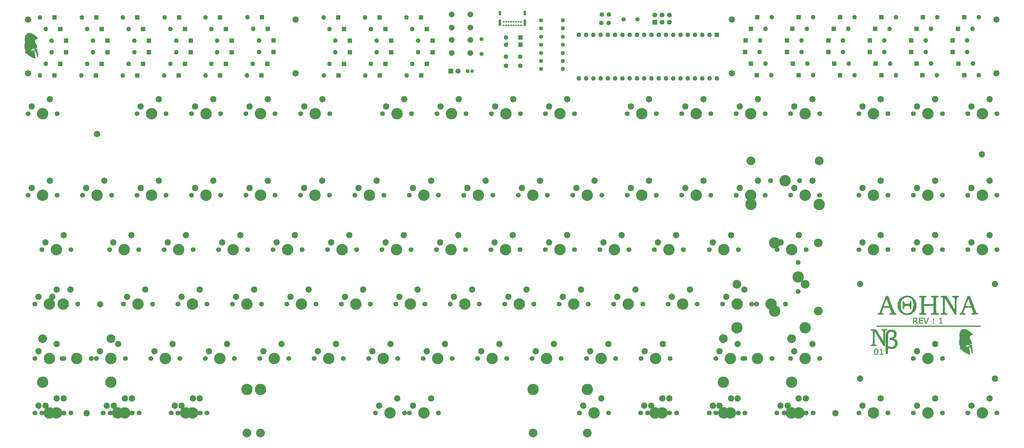
<source format=gbr>
%TF.GenerationSoftware,KiCad,Pcbnew,(5.1.8)-1*%
%TF.CreationDate,2020-12-24T13:39:18+01:00*%
%TF.ProjectId,Atenea,4174656e-6561-42e6-9b69-6361645f7063,1*%
%TF.SameCoordinates,Original*%
%TF.FileFunction,Soldermask,Top*%
%TF.FilePolarity,Negative*%
%FSLAX46Y46*%
G04 Gerber Fmt 4.6, Leading zero omitted, Abs format (unit mm)*
G04 Created by KiCad (PCBNEW (5.1.8)-1) date 2020-12-24 13:39:18*
%MOMM*%
%LPD*%
G01*
G04 APERTURE LIST*
%ADD10C,0.010000*%
%ADD11C,3.987800*%
%ADD12C,3.048000*%
%ADD13C,1.701800*%
%ADD14C,1.700000*%
%ADD15C,4.000000*%
%ADD16C,2.200000*%
%ADD17C,1.750000*%
%ADD18C,0.650000*%
%ADD19O,0.900000X2.400000*%
%ADD20O,0.900000X1.700000*%
%ADD21C,1.400000*%
%ADD22O,1.400000X1.400000*%
%ADD23C,1.800000*%
%ADD24R,1.800000X1.800000*%
%ADD25O,1.600000X1.600000*%
%ADD26R,1.600000X1.600000*%
%ADD27C,1.500000*%
%ADD28C,2.000000*%
%ADD29R,1.700000X1.700000*%
%ADD30C,1.600000*%
%ADD31C,1.200000*%
%ADD32R,1.200000X1.200000*%
G04 APERTURE END LIST*
D10*
%TO.C,G\u002A\u002A\u002A*%
G36*
X104017994Y-131142955D02*
G01*
X104190310Y-131147181D01*
X104330693Y-131159656D01*
X104456531Y-131183319D01*
X104585216Y-131221107D01*
X104678296Y-131254512D01*
X105014394Y-131402311D01*
X105359947Y-131595283D01*
X105711156Y-131830796D01*
X106064222Y-132106216D01*
X106415346Y-132418911D01*
X106557956Y-132557371D01*
X106707209Y-132710777D01*
X106817464Y-132835398D01*
X106889418Y-132932203D01*
X106923770Y-133002161D01*
X106921217Y-133046241D01*
X106915008Y-133053235D01*
X106882464Y-133071229D01*
X106817003Y-133101247D01*
X106731908Y-133137238D01*
X106719191Y-133142406D01*
X106510695Y-133232752D01*
X106344091Y-133319147D01*
X106212335Y-133405778D01*
X106108382Y-133496833D01*
X106089609Y-133516707D01*
X106025483Y-133592859D01*
X105982272Y-133663836D01*
X105955991Y-133742600D01*
X105942653Y-133842113D01*
X105938272Y-133975338D01*
X105938116Y-134009340D01*
X105933070Y-134121048D01*
X105917269Y-134192811D01*
X105898100Y-134224935D01*
X105881998Y-134247863D01*
X105879647Y-134274529D01*
X105894600Y-134314003D01*
X105930411Y-134375352D01*
X105990633Y-134467646D01*
X105996896Y-134477064D01*
X106183923Y-134794886D01*
X106350733Y-135154856D01*
X106495705Y-135553132D01*
X106593891Y-135892963D01*
X106628698Y-136035140D01*
X106648614Y-136140401D01*
X106654228Y-136218962D01*
X106646132Y-136281038D01*
X106624918Y-136336845D01*
X106620125Y-136346299D01*
X106583071Y-136417347D01*
X106582918Y-136354654D01*
X106567095Y-136280996D01*
X106527783Y-136218715D01*
X106476676Y-136184204D01*
X106459540Y-136181703D01*
X106408123Y-136202783D01*
X106352262Y-136256485D01*
X106303599Y-136328503D01*
X106273773Y-136404528D01*
X106272260Y-136411876D01*
X106265710Y-136478241D01*
X106263238Y-136572628D01*
X106265072Y-136665394D01*
X106272707Y-136839027D01*
X106371925Y-136831369D01*
X106462263Y-136812767D01*
X106523076Y-136768454D01*
X106560510Y-136690854D01*
X106580529Y-136574290D01*
X106586422Y-136519606D01*
X106591815Y-136490479D01*
X106597699Y-136491054D01*
X106605064Y-136525474D01*
X106614901Y-136597881D01*
X106628200Y-136712419D01*
X106640840Y-136826625D01*
X106663329Y-137022034D01*
X106683793Y-137175912D01*
X106703814Y-137296205D01*
X106724970Y-137390860D01*
X106748840Y-137467822D01*
X106777006Y-137535040D01*
X106784864Y-137551174D01*
X106816786Y-137647884D01*
X106830692Y-137761988D01*
X106830849Y-137774416D01*
X106833748Y-137843463D01*
X106841739Y-137950240D01*
X106853803Y-138083246D01*
X106868924Y-138230979D01*
X106880278Y-138332653D01*
X106911667Y-138622562D01*
X106933252Y-138867453D01*
X106944987Y-139070948D01*
X106946825Y-139236668D01*
X106938721Y-139368235D01*
X106920627Y-139469272D01*
X106892497Y-139543400D01*
X106864246Y-139584114D01*
X106813894Y-139619346D01*
X106761568Y-139628093D01*
X106725408Y-139608527D01*
X106720885Y-139598549D01*
X106709182Y-139552255D01*
X106689591Y-139467345D01*
X106663706Y-139351316D01*
X106633120Y-139211663D01*
X106599427Y-139055885D01*
X106564220Y-138891479D01*
X106529093Y-138725942D01*
X106495640Y-138566771D01*
X106465455Y-138421463D01*
X106440131Y-138297515D01*
X106421262Y-138202425D01*
X106410441Y-138143689D01*
X106408474Y-138128871D01*
X106391164Y-138078991D01*
X106349189Y-138023362D01*
X106343582Y-138017854D01*
X106284797Y-137957194D01*
X106232059Y-137890338D01*
X106182897Y-137811619D01*
X106134840Y-137715369D01*
X106085414Y-137595921D01*
X106032150Y-137447608D01*
X105972575Y-137264761D01*
X105904217Y-137041713D01*
X105874610Y-136942490D01*
X105825135Y-136799511D01*
X105772955Y-136691882D01*
X105739343Y-136644834D01*
X105699910Y-136604219D01*
X105662251Y-136580697D01*
X105611392Y-136569621D01*
X105532359Y-136566344D01*
X105485897Y-136566175D01*
X105379261Y-136569454D01*
X105296736Y-136583134D01*
X105214501Y-136612980D01*
X105135762Y-136650925D01*
X105056869Y-136696343D01*
X104959664Y-136760358D01*
X104852089Y-136836776D01*
X104742085Y-136919402D01*
X104637592Y-137002039D01*
X104546552Y-137078492D01*
X104476906Y-137142566D01*
X104436594Y-137188067D01*
X104429982Y-137201560D01*
X104434150Y-137225918D01*
X104460544Y-137244333D01*
X104514357Y-137257530D01*
X104600781Y-137266231D01*
X104725009Y-137271157D01*
X104892236Y-137273032D01*
X104944254Y-137273109D01*
X105139228Y-137269875D01*
X105294046Y-137259021D01*
X105417814Y-137238816D01*
X105519634Y-137207530D01*
X105608611Y-137163434D01*
X105645591Y-137139831D01*
X105732684Y-137080728D01*
X105747221Y-137555190D01*
X105758138Y-137807486D01*
X105774986Y-138025257D01*
X105799143Y-138223379D01*
X105822253Y-138364515D01*
X105873767Y-138650694D01*
X105916863Y-138892699D01*
X105952265Y-139095115D01*
X105980697Y-139262530D01*
X106002882Y-139399530D01*
X106019544Y-139510699D01*
X106031408Y-139600624D01*
X106039197Y-139673892D01*
X106043634Y-139735087D01*
X106045231Y-139777206D01*
X106049464Y-139964418D01*
X105962648Y-139969693D01*
X105894198Y-139965754D01*
X105799353Y-139950324D01*
X105702199Y-139927646D01*
X105261865Y-139789479D01*
X104851468Y-139621640D01*
X104462110Y-139419433D01*
X104084896Y-139178165D01*
X103710929Y-138893140D01*
X103657108Y-138848456D01*
X103517208Y-138727698D01*
X103408864Y-138624948D01*
X103322772Y-138530075D01*
X103249631Y-138432951D01*
X103189880Y-138339711D01*
X103124722Y-138243088D01*
X103070310Y-138185481D01*
X103040961Y-138170771D01*
X102991799Y-138173969D01*
X102912986Y-138189807D01*
X102823898Y-138214179D01*
X102711415Y-138243542D01*
X102609692Y-138260413D01*
X102528497Y-138264160D01*
X102477600Y-138254148D01*
X102465187Y-138237413D01*
X102475045Y-138203597D01*
X102501395Y-138136913D01*
X102539405Y-138049283D01*
X102558205Y-138007969D01*
X102596842Y-137922611D01*
X102622921Y-137855699D01*
X102638867Y-137793734D01*
X102647108Y-137723213D01*
X102650070Y-137630636D01*
X102650180Y-137502499D01*
X102650159Y-137496351D01*
X102644018Y-137296436D01*
X102625578Y-137135411D01*
X102592517Y-137003570D01*
X102542517Y-136891209D01*
X102484440Y-136803077D01*
X102429548Y-136729333D01*
X102380918Y-136661791D01*
X102362794Y-136635520D01*
X102322031Y-136551649D01*
X102291576Y-136435133D01*
X102270883Y-136281908D01*
X102259403Y-136087908D01*
X102256589Y-135849066D01*
X102256600Y-135846840D01*
X102262845Y-135585493D01*
X102279996Y-135357281D01*
X102310217Y-135146505D01*
X102355672Y-134937467D01*
X102407855Y-134749585D01*
X102436439Y-134653610D01*
X102455405Y-134581085D01*
X102465541Y-134518916D01*
X102467634Y-134454010D01*
X102462473Y-134373273D01*
X102450846Y-134263609D01*
X102441832Y-134184925D01*
X102423727Y-133991602D01*
X102410101Y-133773825D01*
X102401223Y-133544603D01*
X102400372Y-133494443D01*
X103630198Y-133494443D01*
X103637459Y-133492656D01*
X103684386Y-133481720D01*
X103761890Y-133466830D01*
X103835896Y-133454092D01*
X103937672Y-133438491D01*
X104036452Y-133424975D01*
X104089894Y-133418711D01*
X104110786Y-133414939D01*
X104087427Y-133412898D01*
X104025154Y-133412795D01*
X103965871Y-133413877D01*
X103831032Y-133421106D01*
X103735778Y-133436371D01*
X103670506Y-133461242D01*
X103668214Y-133462557D01*
X103630957Y-133487070D01*
X103630198Y-133494443D01*
X102400372Y-133494443D01*
X102397359Y-133316944D01*
X102398779Y-133103854D01*
X102405752Y-132918343D01*
X102413604Y-132816547D01*
X102463141Y-132480794D01*
X102540929Y-132184978D01*
X102647764Y-131927715D01*
X102784442Y-131707621D01*
X102951762Y-131523312D01*
X103150520Y-131373404D01*
X103288200Y-131297943D01*
X103435022Y-131231966D01*
X103564601Y-131186989D01*
X103693470Y-131159500D01*
X103838166Y-131145988D01*
X104015224Y-131142940D01*
X104017994Y-131142955D01*
G37*
X104017994Y-131142955D02*
X104190310Y-131147181D01*
X104330693Y-131159656D01*
X104456531Y-131183319D01*
X104585216Y-131221107D01*
X104678296Y-131254512D01*
X105014394Y-131402311D01*
X105359947Y-131595283D01*
X105711156Y-131830796D01*
X106064222Y-132106216D01*
X106415346Y-132418911D01*
X106557956Y-132557371D01*
X106707209Y-132710777D01*
X106817464Y-132835398D01*
X106889418Y-132932203D01*
X106923770Y-133002161D01*
X106921217Y-133046241D01*
X106915008Y-133053235D01*
X106882464Y-133071229D01*
X106817003Y-133101247D01*
X106731908Y-133137238D01*
X106719191Y-133142406D01*
X106510695Y-133232752D01*
X106344091Y-133319147D01*
X106212335Y-133405778D01*
X106108382Y-133496833D01*
X106089609Y-133516707D01*
X106025483Y-133592859D01*
X105982272Y-133663836D01*
X105955991Y-133742600D01*
X105942653Y-133842113D01*
X105938272Y-133975338D01*
X105938116Y-134009340D01*
X105933070Y-134121048D01*
X105917269Y-134192811D01*
X105898100Y-134224935D01*
X105881998Y-134247863D01*
X105879647Y-134274529D01*
X105894600Y-134314003D01*
X105930411Y-134375352D01*
X105990633Y-134467646D01*
X105996896Y-134477064D01*
X106183923Y-134794886D01*
X106350733Y-135154856D01*
X106495705Y-135553132D01*
X106593891Y-135892963D01*
X106628698Y-136035140D01*
X106648614Y-136140401D01*
X106654228Y-136218962D01*
X106646132Y-136281038D01*
X106624918Y-136336845D01*
X106620125Y-136346299D01*
X106583071Y-136417347D01*
X106582918Y-136354654D01*
X106567095Y-136280996D01*
X106527783Y-136218715D01*
X106476676Y-136184204D01*
X106459540Y-136181703D01*
X106408123Y-136202783D01*
X106352262Y-136256485D01*
X106303599Y-136328503D01*
X106273773Y-136404528D01*
X106272260Y-136411876D01*
X106265710Y-136478241D01*
X106263238Y-136572628D01*
X106265072Y-136665394D01*
X106272707Y-136839027D01*
X106371925Y-136831369D01*
X106462263Y-136812767D01*
X106523076Y-136768454D01*
X106560510Y-136690854D01*
X106580529Y-136574290D01*
X106586422Y-136519606D01*
X106591815Y-136490479D01*
X106597699Y-136491054D01*
X106605064Y-136525474D01*
X106614901Y-136597881D01*
X106628200Y-136712419D01*
X106640840Y-136826625D01*
X106663329Y-137022034D01*
X106683793Y-137175912D01*
X106703814Y-137296205D01*
X106724970Y-137390860D01*
X106748840Y-137467822D01*
X106777006Y-137535040D01*
X106784864Y-137551174D01*
X106816786Y-137647884D01*
X106830692Y-137761988D01*
X106830849Y-137774416D01*
X106833748Y-137843463D01*
X106841739Y-137950240D01*
X106853803Y-138083246D01*
X106868924Y-138230979D01*
X106880278Y-138332653D01*
X106911667Y-138622562D01*
X106933252Y-138867453D01*
X106944987Y-139070948D01*
X106946825Y-139236668D01*
X106938721Y-139368235D01*
X106920627Y-139469272D01*
X106892497Y-139543400D01*
X106864246Y-139584114D01*
X106813894Y-139619346D01*
X106761568Y-139628093D01*
X106725408Y-139608527D01*
X106720885Y-139598549D01*
X106709182Y-139552255D01*
X106689591Y-139467345D01*
X106663706Y-139351316D01*
X106633120Y-139211663D01*
X106599427Y-139055885D01*
X106564220Y-138891479D01*
X106529093Y-138725942D01*
X106495640Y-138566771D01*
X106465455Y-138421463D01*
X106440131Y-138297515D01*
X106421262Y-138202425D01*
X106410441Y-138143689D01*
X106408474Y-138128871D01*
X106391164Y-138078991D01*
X106349189Y-138023362D01*
X106343582Y-138017854D01*
X106284797Y-137957194D01*
X106232059Y-137890338D01*
X106182897Y-137811619D01*
X106134840Y-137715369D01*
X106085414Y-137595921D01*
X106032150Y-137447608D01*
X105972575Y-137264761D01*
X105904217Y-137041713D01*
X105874610Y-136942490D01*
X105825135Y-136799511D01*
X105772955Y-136691882D01*
X105739343Y-136644834D01*
X105699910Y-136604219D01*
X105662251Y-136580697D01*
X105611392Y-136569621D01*
X105532359Y-136566344D01*
X105485897Y-136566175D01*
X105379261Y-136569454D01*
X105296736Y-136583134D01*
X105214501Y-136612980D01*
X105135762Y-136650925D01*
X105056869Y-136696343D01*
X104959664Y-136760358D01*
X104852089Y-136836776D01*
X104742085Y-136919402D01*
X104637592Y-137002039D01*
X104546552Y-137078492D01*
X104476906Y-137142566D01*
X104436594Y-137188067D01*
X104429982Y-137201560D01*
X104434150Y-137225918D01*
X104460544Y-137244333D01*
X104514357Y-137257530D01*
X104600781Y-137266231D01*
X104725009Y-137271157D01*
X104892236Y-137273032D01*
X104944254Y-137273109D01*
X105139228Y-137269875D01*
X105294046Y-137259021D01*
X105417814Y-137238816D01*
X105519634Y-137207530D01*
X105608611Y-137163434D01*
X105645591Y-137139831D01*
X105732684Y-137080728D01*
X105747221Y-137555190D01*
X105758138Y-137807486D01*
X105774986Y-138025257D01*
X105799143Y-138223379D01*
X105822253Y-138364515D01*
X105873767Y-138650694D01*
X105916863Y-138892699D01*
X105952265Y-139095115D01*
X105980697Y-139262530D01*
X106002882Y-139399530D01*
X106019544Y-139510699D01*
X106031408Y-139600624D01*
X106039197Y-139673892D01*
X106043634Y-139735087D01*
X106045231Y-139777206D01*
X106049464Y-139964418D01*
X105962648Y-139969693D01*
X105894198Y-139965754D01*
X105799353Y-139950324D01*
X105702199Y-139927646D01*
X105261865Y-139789479D01*
X104851468Y-139621640D01*
X104462110Y-139419433D01*
X104084896Y-139178165D01*
X103710929Y-138893140D01*
X103657108Y-138848456D01*
X103517208Y-138727698D01*
X103408864Y-138624948D01*
X103322772Y-138530075D01*
X103249631Y-138432951D01*
X103189880Y-138339711D01*
X103124722Y-138243088D01*
X103070310Y-138185481D01*
X103040961Y-138170771D01*
X102991799Y-138173969D01*
X102912986Y-138189807D01*
X102823898Y-138214179D01*
X102711415Y-138243542D01*
X102609692Y-138260413D01*
X102528497Y-138264160D01*
X102477600Y-138254148D01*
X102465187Y-138237413D01*
X102475045Y-138203597D01*
X102501395Y-138136913D01*
X102539405Y-138049283D01*
X102558205Y-138007969D01*
X102596842Y-137922611D01*
X102622921Y-137855699D01*
X102638867Y-137793734D01*
X102647108Y-137723213D01*
X102650070Y-137630636D01*
X102650180Y-137502499D01*
X102650159Y-137496351D01*
X102644018Y-137296436D01*
X102625578Y-137135411D01*
X102592517Y-137003570D01*
X102542517Y-136891209D01*
X102484440Y-136803077D01*
X102429548Y-136729333D01*
X102380918Y-136661791D01*
X102362794Y-136635520D01*
X102322031Y-136551649D01*
X102291576Y-136435133D01*
X102270883Y-136281908D01*
X102259403Y-136087908D01*
X102256589Y-135849066D01*
X102256600Y-135846840D01*
X102262845Y-135585493D01*
X102279996Y-135357281D01*
X102310217Y-135146505D01*
X102355672Y-134937467D01*
X102407855Y-134749585D01*
X102436439Y-134653610D01*
X102455405Y-134581085D01*
X102465541Y-134518916D01*
X102467634Y-134454010D01*
X102462473Y-134373273D01*
X102450846Y-134263609D01*
X102441832Y-134184925D01*
X102423727Y-133991602D01*
X102410101Y-133773825D01*
X102401223Y-133544603D01*
X102400372Y-133494443D01*
X103630198Y-133494443D01*
X103637459Y-133492656D01*
X103684386Y-133481720D01*
X103761890Y-133466830D01*
X103835896Y-133454092D01*
X103937672Y-133438491D01*
X104036452Y-133424975D01*
X104089894Y-133418711D01*
X104110786Y-133414939D01*
X104087427Y-133412898D01*
X104025154Y-133412795D01*
X103965871Y-133413877D01*
X103831032Y-133421106D01*
X103735778Y-133436371D01*
X103670506Y-133461242D01*
X103668214Y-133462557D01*
X103630957Y-133487070D01*
X103630198Y-133494443D01*
X102400372Y-133494443D01*
X102397359Y-133316944D01*
X102398779Y-133103854D01*
X102405752Y-132918343D01*
X102413604Y-132816547D01*
X102463141Y-132480794D01*
X102540929Y-132184978D01*
X102647764Y-131927715D01*
X102784442Y-131707621D01*
X102951762Y-131523312D01*
X103150520Y-131373404D01*
X103288200Y-131297943D01*
X103435022Y-131231966D01*
X103564601Y-131186989D01*
X103693470Y-131159500D01*
X103838166Y-131145988D01*
X104015224Y-131142940D01*
X104017994Y-131142955D01*
G36*
X430915994Y-234774955D02*
G01*
X431088310Y-234779181D01*
X431228693Y-234791656D01*
X431354531Y-234815319D01*
X431483216Y-234853107D01*
X431576296Y-234886512D01*
X431912394Y-235034311D01*
X432257947Y-235227283D01*
X432609156Y-235462796D01*
X432962222Y-235738216D01*
X433313346Y-236050911D01*
X433455956Y-236189371D01*
X433605209Y-236342777D01*
X433715464Y-236467398D01*
X433787418Y-236564203D01*
X433821770Y-236634161D01*
X433819217Y-236678241D01*
X433813008Y-236685235D01*
X433780464Y-236703229D01*
X433715003Y-236733247D01*
X433629908Y-236769238D01*
X433617191Y-236774406D01*
X433408695Y-236864752D01*
X433242091Y-236951147D01*
X433110335Y-237037778D01*
X433006382Y-237128833D01*
X432987609Y-237148707D01*
X432923483Y-237224859D01*
X432880272Y-237295836D01*
X432853991Y-237374600D01*
X432840653Y-237474113D01*
X432836272Y-237607338D01*
X432836116Y-237641340D01*
X432831070Y-237753048D01*
X432815269Y-237824811D01*
X432796100Y-237856935D01*
X432779998Y-237879863D01*
X432777647Y-237906529D01*
X432792600Y-237946003D01*
X432828411Y-238007352D01*
X432888633Y-238099646D01*
X432894896Y-238109064D01*
X433081923Y-238426886D01*
X433248733Y-238786856D01*
X433393705Y-239185132D01*
X433491891Y-239524963D01*
X433526698Y-239667140D01*
X433546614Y-239772401D01*
X433552228Y-239850962D01*
X433544132Y-239913038D01*
X433522918Y-239968845D01*
X433518125Y-239978299D01*
X433481071Y-240049347D01*
X433480918Y-239986654D01*
X433465095Y-239912996D01*
X433425783Y-239850715D01*
X433374676Y-239816204D01*
X433357540Y-239813703D01*
X433306123Y-239834783D01*
X433250262Y-239888485D01*
X433201599Y-239960503D01*
X433171773Y-240036528D01*
X433170260Y-240043876D01*
X433163710Y-240110241D01*
X433161238Y-240204628D01*
X433163072Y-240297394D01*
X433170707Y-240471027D01*
X433269925Y-240463369D01*
X433360263Y-240444767D01*
X433421076Y-240400454D01*
X433458510Y-240322854D01*
X433478529Y-240206290D01*
X433484422Y-240151606D01*
X433489815Y-240122479D01*
X433495699Y-240123054D01*
X433503064Y-240157474D01*
X433512901Y-240229881D01*
X433526200Y-240344419D01*
X433538840Y-240458625D01*
X433561329Y-240654034D01*
X433581793Y-240807912D01*
X433601814Y-240928205D01*
X433622970Y-241022860D01*
X433646840Y-241099822D01*
X433675006Y-241167040D01*
X433682864Y-241183174D01*
X433714786Y-241279884D01*
X433728692Y-241393988D01*
X433728849Y-241406416D01*
X433731748Y-241475463D01*
X433739739Y-241582240D01*
X433751803Y-241715246D01*
X433766924Y-241862979D01*
X433778278Y-241964653D01*
X433809667Y-242254562D01*
X433831252Y-242499453D01*
X433842987Y-242702948D01*
X433844825Y-242868668D01*
X433836721Y-243000235D01*
X433818627Y-243101272D01*
X433790497Y-243175400D01*
X433762246Y-243216114D01*
X433711894Y-243251346D01*
X433659568Y-243260093D01*
X433623408Y-243240527D01*
X433618885Y-243230549D01*
X433607182Y-243184255D01*
X433587591Y-243099345D01*
X433561706Y-242983316D01*
X433531120Y-242843663D01*
X433497427Y-242687885D01*
X433462220Y-242523479D01*
X433427093Y-242357942D01*
X433393640Y-242198771D01*
X433363455Y-242053463D01*
X433338131Y-241929515D01*
X433319262Y-241834425D01*
X433308441Y-241775689D01*
X433306474Y-241760871D01*
X433289164Y-241710991D01*
X433247189Y-241655362D01*
X433241582Y-241649854D01*
X433182797Y-241589194D01*
X433130059Y-241522338D01*
X433080897Y-241443619D01*
X433032840Y-241347369D01*
X432983414Y-241227921D01*
X432930150Y-241079608D01*
X432870575Y-240896761D01*
X432802217Y-240673713D01*
X432772610Y-240574490D01*
X432723135Y-240431511D01*
X432670955Y-240323882D01*
X432637343Y-240276834D01*
X432597910Y-240236219D01*
X432560251Y-240212697D01*
X432509392Y-240201621D01*
X432430359Y-240198344D01*
X432383897Y-240198175D01*
X432277261Y-240201454D01*
X432194736Y-240215134D01*
X432112501Y-240244980D01*
X432033762Y-240282925D01*
X431954869Y-240328343D01*
X431857664Y-240392358D01*
X431750089Y-240468776D01*
X431640085Y-240551402D01*
X431535592Y-240634039D01*
X431444552Y-240710492D01*
X431374906Y-240774566D01*
X431334594Y-240820067D01*
X431327982Y-240833560D01*
X431332150Y-240857918D01*
X431358544Y-240876333D01*
X431412357Y-240889530D01*
X431498781Y-240898231D01*
X431623009Y-240903157D01*
X431790236Y-240905032D01*
X431842254Y-240905109D01*
X432037228Y-240901875D01*
X432192046Y-240891021D01*
X432315814Y-240870816D01*
X432417634Y-240839530D01*
X432506611Y-240795434D01*
X432543591Y-240771831D01*
X432630684Y-240712728D01*
X432645221Y-241187190D01*
X432656138Y-241439486D01*
X432672986Y-241657257D01*
X432697143Y-241855379D01*
X432720253Y-241996515D01*
X432771767Y-242282694D01*
X432814863Y-242524699D01*
X432850265Y-242727115D01*
X432878697Y-242894530D01*
X432900882Y-243031530D01*
X432917544Y-243142699D01*
X432929408Y-243232624D01*
X432937197Y-243305892D01*
X432941634Y-243367087D01*
X432943231Y-243409206D01*
X432947464Y-243596418D01*
X432860648Y-243601693D01*
X432792198Y-243597754D01*
X432697353Y-243582324D01*
X432600199Y-243559646D01*
X432159865Y-243421479D01*
X431749468Y-243253640D01*
X431360110Y-243051433D01*
X430982896Y-242810165D01*
X430608929Y-242525140D01*
X430555108Y-242480456D01*
X430415208Y-242359698D01*
X430306864Y-242256948D01*
X430220772Y-242162075D01*
X430147631Y-242064951D01*
X430087880Y-241971711D01*
X430022722Y-241875088D01*
X429968310Y-241817481D01*
X429938961Y-241802771D01*
X429889799Y-241805969D01*
X429810986Y-241821807D01*
X429721898Y-241846179D01*
X429609415Y-241875542D01*
X429507692Y-241892413D01*
X429426497Y-241896160D01*
X429375600Y-241886148D01*
X429363187Y-241869413D01*
X429373045Y-241835597D01*
X429399395Y-241768913D01*
X429437405Y-241681283D01*
X429456205Y-241639969D01*
X429494842Y-241554611D01*
X429520921Y-241487699D01*
X429536867Y-241425734D01*
X429545108Y-241355213D01*
X429548070Y-241262636D01*
X429548180Y-241134499D01*
X429548159Y-241128351D01*
X429542018Y-240928436D01*
X429523578Y-240767411D01*
X429490517Y-240635570D01*
X429440517Y-240523209D01*
X429382440Y-240435077D01*
X429327548Y-240361333D01*
X429278918Y-240293791D01*
X429260794Y-240267520D01*
X429220031Y-240183649D01*
X429189576Y-240067133D01*
X429168883Y-239913908D01*
X429157403Y-239719908D01*
X429154589Y-239481066D01*
X429154600Y-239478840D01*
X429160845Y-239217493D01*
X429177996Y-238989281D01*
X429208217Y-238778505D01*
X429253672Y-238569467D01*
X429305855Y-238381585D01*
X429334439Y-238285610D01*
X429353405Y-238213085D01*
X429363541Y-238150916D01*
X429365634Y-238086010D01*
X429360473Y-238005273D01*
X429348846Y-237895609D01*
X429339832Y-237816925D01*
X429321727Y-237623602D01*
X429308101Y-237405825D01*
X429299223Y-237176603D01*
X429298372Y-237126443D01*
X430528198Y-237126443D01*
X430535459Y-237124656D01*
X430582386Y-237113720D01*
X430659890Y-237098830D01*
X430733896Y-237086092D01*
X430835672Y-237070491D01*
X430934452Y-237056975D01*
X430987894Y-237050711D01*
X431008786Y-237046939D01*
X430985427Y-237044898D01*
X430923154Y-237044795D01*
X430863871Y-237045877D01*
X430729032Y-237053106D01*
X430633778Y-237068371D01*
X430568506Y-237093242D01*
X430566214Y-237094557D01*
X430528957Y-237119070D01*
X430528198Y-237126443D01*
X429298372Y-237126443D01*
X429295359Y-236948944D01*
X429296779Y-236735854D01*
X429303752Y-236550343D01*
X429311604Y-236448547D01*
X429361141Y-236112794D01*
X429438929Y-235816978D01*
X429545764Y-235559715D01*
X429682442Y-235339621D01*
X429849762Y-235155312D01*
X430048520Y-235005404D01*
X430186200Y-234929943D01*
X430333022Y-234863966D01*
X430462601Y-234818989D01*
X430591470Y-234791500D01*
X430736166Y-234777988D01*
X430913224Y-234774940D01*
X430915994Y-234774955D01*
G37*
X430915994Y-234774955D02*
X431088310Y-234779181D01*
X431228693Y-234791656D01*
X431354531Y-234815319D01*
X431483216Y-234853107D01*
X431576296Y-234886512D01*
X431912394Y-235034311D01*
X432257947Y-235227283D01*
X432609156Y-235462796D01*
X432962222Y-235738216D01*
X433313346Y-236050911D01*
X433455956Y-236189371D01*
X433605209Y-236342777D01*
X433715464Y-236467398D01*
X433787418Y-236564203D01*
X433821770Y-236634161D01*
X433819217Y-236678241D01*
X433813008Y-236685235D01*
X433780464Y-236703229D01*
X433715003Y-236733247D01*
X433629908Y-236769238D01*
X433617191Y-236774406D01*
X433408695Y-236864752D01*
X433242091Y-236951147D01*
X433110335Y-237037778D01*
X433006382Y-237128833D01*
X432987609Y-237148707D01*
X432923483Y-237224859D01*
X432880272Y-237295836D01*
X432853991Y-237374600D01*
X432840653Y-237474113D01*
X432836272Y-237607338D01*
X432836116Y-237641340D01*
X432831070Y-237753048D01*
X432815269Y-237824811D01*
X432796100Y-237856935D01*
X432779998Y-237879863D01*
X432777647Y-237906529D01*
X432792600Y-237946003D01*
X432828411Y-238007352D01*
X432888633Y-238099646D01*
X432894896Y-238109064D01*
X433081923Y-238426886D01*
X433248733Y-238786856D01*
X433393705Y-239185132D01*
X433491891Y-239524963D01*
X433526698Y-239667140D01*
X433546614Y-239772401D01*
X433552228Y-239850962D01*
X433544132Y-239913038D01*
X433522918Y-239968845D01*
X433518125Y-239978299D01*
X433481071Y-240049347D01*
X433480918Y-239986654D01*
X433465095Y-239912996D01*
X433425783Y-239850715D01*
X433374676Y-239816204D01*
X433357540Y-239813703D01*
X433306123Y-239834783D01*
X433250262Y-239888485D01*
X433201599Y-239960503D01*
X433171773Y-240036528D01*
X433170260Y-240043876D01*
X433163710Y-240110241D01*
X433161238Y-240204628D01*
X433163072Y-240297394D01*
X433170707Y-240471027D01*
X433269925Y-240463369D01*
X433360263Y-240444767D01*
X433421076Y-240400454D01*
X433458510Y-240322854D01*
X433478529Y-240206290D01*
X433484422Y-240151606D01*
X433489815Y-240122479D01*
X433495699Y-240123054D01*
X433503064Y-240157474D01*
X433512901Y-240229881D01*
X433526200Y-240344419D01*
X433538840Y-240458625D01*
X433561329Y-240654034D01*
X433581793Y-240807912D01*
X433601814Y-240928205D01*
X433622970Y-241022860D01*
X433646840Y-241099822D01*
X433675006Y-241167040D01*
X433682864Y-241183174D01*
X433714786Y-241279884D01*
X433728692Y-241393988D01*
X433728849Y-241406416D01*
X433731748Y-241475463D01*
X433739739Y-241582240D01*
X433751803Y-241715246D01*
X433766924Y-241862979D01*
X433778278Y-241964653D01*
X433809667Y-242254562D01*
X433831252Y-242499453D01*
X433842987Y-242702948D01*
X433844825Y-242868668D01*
X433836721Y-243000235D01*
X433818627Y-243101272D01*
X433790497Y-243175400D01*
X433762246Y-243216114D01*
X433711894Y-243251346D01*
X433659568Y-243260093D01*
X433623408Y-243240527D01*
X433618885Y-243230549D01*
X433607182Y-243184255D01*
X433587591Y-243099345D01*
X433561706Y-242983316D01*
X433531120Y-242843663D01*
X433497427Y-242687885D01*
X433462220Y-242523479D01*
X433427093Y-242357942D01*
X433393640Y-242198771D01*
X433363455Y-242053463D01*
X433338131Y-241929515D01*
X433319262Y-241834425D01*
X433308441Y-241775689D01*
X433306474Y-241760871D01*
X433289164Y-241710991D01*
X433247189Y-241655362D01*
X433241582Y-241649854D01*
X433182797Y-241589194D01*
X433130059Y-241522338D01*
X433080897Y-241443619D01*
X433032840Y-241347369D01*
X432983414Y-241227921D01*
X432930150Y-241079608D01*
X432870575Y-240896761D01*
X432802217Y-240673713D01*
X432772610Y-240574490D01*
X432723135Y-240431511D01*
X432670955Y-240323882D01*
X432637343Y-240276834D01*
X432597910Y-240236219D01*
X432560251Y-240212697D01*
X432509392Y-240201621D01*
X432430359Y-240198344D01*
X432383897Y-240198175D01*
X432277261Y-240201454D01*
X432194736Y-240215134D01*
X432112501Y-240244980D01*
X432033762Y-240282925D01*
X431954869Y-240328343D01*
X431857664Y-240392358D01*
X431750089Y-240468776D01*
X431640085Y-240551402D01*
X431535592Y-240634039D01*
X431444552Y-240710492D01*
X431374906Y-240774566D01*
X431334594Y-240820067D01*
X431327982Y-240833560D01*
X431332150Y-240857918D01*
X431358544Y-240876333D01*
X431412357Y-240889530D01*
X431498781Y-240898231D01*
X431623009Y-240903157D01*
X431790236Y-240905032D01*
X431842254Y-240905109D01*
X432037228Y-240901875D01*
X432192046Y-240891021D01*
X432315814Y-240870816D01*
X432417634Y-240839530D01*
X432506611Y-240795434D01*
X432543591Y-240771831D01*
X432630684Y-240712728D01*
X432645221Y-241187190D01*
X432656138Y-241439486D01*
X432672986Y-241657257D01*
X432697143Y-241855379D01*
X432720253Y-241996515D01*
X432771767Y-242282694D01*
X432814863Y-242524699D01*
X432850265Y-242727115D01*
X432878697Y-242894530D01*
X432900882Y-243031530D01*
X432917544Y-243142699D01*
X432929408Y-243232624D01*
X432937197Y-243305892D01*
X432941634Y-243367087D01*
X432943231Y-243409206D01*
X432947464Y-243596418D01*
X432860648Y-243601693D01*
X432792198Y-243597754D01*
X432697353Y-243582324D01*
X432600199Y-243559646D01*
X432159865Y-243421479D01*
X431749468Y-243253640D01*
X431360110Y-243051433D01*
X430982896Y-242810165D01*
X430608929Y-242525140D01*
X430555108Y-242480456D01*
X430415208Y-242359698D01*
X430306864Y-242256948D01*
X430220772Y-242162075D01*
X430147631Y-242064951D01*
X430087880Y-241971711D01*
X430022722Y-241875088D01*
X429968310Y-241817481D01*
X429938961Y-241802771D01*
X429889799Y-241805969D01*
X429810986Y-241821807D01*
X429721898Y-241846179D01*
X429609415Y-241875542D01*
X429507692Y-241892413D01*
X429426497Y-241896160D01*
X429375600Y-241886148D01*
X429363187Y-241869413D01*
X429373045Y-241835597D01*
X429399395Y-241768913D01*
X429437405Y-241681283D01*
X429456205Y-241639969D01*
X429494842Y-241554611D01*
X429520921Y-241487699D01*
X429536867Y-241425734D01*
X429545108Y-241355213D01*
X429548070Y-241262636D01*
X429548180Y-241134499D01*
X429548159Y-241128351D01*
X429542018Y-240928436D01*
X429523578Y-240767411D01*
X429490517Y-240635570D01*
X429440517Y-240523209D01*
X429382440Y-240435077D01*
X429327548Y-240361333D01*
X429278918Y-240293791D01*
X429260794Y-240267520D01*
X429220031Y-240183649D01*
X429189576Y-240067133D01*
X429168883Y-239913908D01*
X429157403Y-239719908D01*
X429154589Y-239481066D01*
X429154600Y-239478840D01*
X429160845Y-239217493D01*
X429177996Y-238989281D01*
X429208217Y-238778505D01*
X429253672Y-238569467D01*
X429305855Y-238381585D01*
X429334439Y-238285610D01*
X429353405Y-238213085D01*
X429363541Y-238150916D01*
X429365634Y-238086010D01*
X429360473Y-238005273D01*
X429348846Y-237895609D01*
X429339832Y-237816925D01*
X429321727Y-237623602D01*
X429308101Y-237405825D01*
X429299223Y-237176603D01*
X429298372Y-237126443D01*
X430528198Y-237126443D01*
X430535459Y-237124656D01*
X430582386Y-237113720D01*
X430659890Y-237098830D01*
X430733896Y-237086092D01*
X430835672Y-237070491D01*
X430934452Y-237056975D01*
X430987894Y-237050711D01*
X431008786Y-237046939D01*
X430985427Y-237044898D01*
X430923154Y-237044795D01*
X430863871Y-237045877D01*
X430729032Y-237053106D01*
X430633778Y-237068371D01*
X430568506Y-237093242D01*
X430566214Y-237094557D01*
X430528957Y-237119070D01*
X430528198Y-237126443D01*
X429298372Y-237126443D01*
X429295359Y-236948944D01*
X429296779Y-236735854D01*
X429303752Y-236550343D01*
X429311604Y-236448547D01*
X429361141Y-236112794D01*
X429438929Y-235816978D01*
X429545764Y-235559715D01*
X429682442Y-235339621D01*
X429849762Y-235155312D01*
X430048520Y-235005404D01*
X430186200Y-234929943D01*
X430333022Y-234863966D01*
X430462601Y-234818989D01*
X430591470Y-234791500D01*
X430736166Y-234777988D01*
X430913224Y-234774940D01*
X430915994Y-234774955D01*
G36*
X436600203Y-233902250D02*
G01*
X400310945Y-233902250D01*
X400310945Y-233530180D01*
X436600203Y-233530180D01*
X436600203Y-233902250D01*
G37*
X436600203Y-233902250D02*
X400310945Y-233902250D01*
X400310945Y-233530180D01*
X436600203Y-233530180D01*
X436600203Y-233902250D01*
G36*
X413728371Y-230779088D02*
G01*
X413887703Y-230786969D01*
X414013097Y-230802300D01*
X414112314Y-230826877D01*
X414193114Y-230862495D01*
X414263260Y-230910952D01*
X414316192Y-230959439D01*
X414386553Y-231041481D01*
X414427987Y-231125885D01*
X414447572Y-231200910D01*
X414462188Y-231380187D01*
X414429882Y-231544887D01*
X414351895Y-231692300D01*
X414229474Y-231819720D01*
X414132117Y-231887305D01*
X414050261Y-231936207D01*
X414423572Y-232371248D01*
X414529726Y-232495564D01*
X414624143Y-232607299D01*
X414702294Y-232700999D01*
X414759651Y-232771209D01*
X414791687Y-232812474D01*
X414796882Y-232820968D01*
X414774215Y-232828202D01*
X414714729Y-232833155D01*
X414631201Y-232834774D01*
X414629451Y-232834765D01*
X414462019Y-232833882D01*
X413778141Y-232017094D01*
X413383015Y-232017094D01*
X413383015Y-232835649D01*
X413110164Y-232835649D01*
X413110164Y-231769047D01*
X413383015Y-231769047D01*
X413632050Y-231769047D01*
X413758438Y-231767000D01*
X413848912Y-231759532D01*
X413917049Y-231744655D01*
X413976425Y-231720379D01*
X413981405Y-231717868D01*
X414073215Y-231645803D01*
X414137045Y-231545132D01*
X414170734Y-231428320D01*
X414172123Y-231307832D01*
X414139052Y-231196131D01*
X414084984Y-231120115D01*
X414020081Y-231068841D01*
X413939274Y-231033625D01*
X413833205Y-231012162D01*
X413692515Y-231002149D01*
X413600056Y-231000694D01*
X413383015Y-231000102D01*
X413383015Y-231769047D01*
X413110164Y-231769047D01*
X413110164Y-230776860D01*
X413527341Y-230776860D01*
X413728371Y-230779088D01*
G37*
X413728371Y-230779088D02*
X413887703Y-230786969D01*
X414013097Y-230802300D01*
X414112314Y-230826877D01*
X414193114Y-230862495D01*
X414263260Y-230910952D01*
X414316192Y-230959439D01*
X414386553Y-231041481D01*
X414427987Y-231125885D01*
X414447572Y-231200910D01*
X414462188Y-231380187D01*
X414429882Y-231544887D01*
X414351895Y-231692300D01*
X414229474Y-231819720D01*
X414132117Y-231887305D01*
X414050261Y-231936207D01*
X414423572Y-232371248D01*
X414529726Y-232495564D01*
X414624143Y-232607299D01*
X414702294Y-232700999D01*
X414759651Y-232771209D01*
X414791687Y-232812474D01*
X414796882Y-232820968D01*
X414774215Y-232828202D01*
X414714729Y-232833155D01*
X414631201Y-232834774D01*
X414629451Y-232834765D01*
X414462019Y-232833882D01*
X413778141Y-232017094D01*
X413383015Y-232017094D01*
X413383015Y-232835649D01*
X413110164Y-232835649D01*
X413110164Y-231769047D01*
X413383015Y-231769047D01*
X413632050Y-231769047D01*
X413758438Y-231767000D01*
X413848912Y-231759532D01*
X413917049Y-231744655D01*
X413976425Y-231720379D01*
X413981405Y-231717868D01*
X414073215Y-231645803D01*
X414137045Y-231545132D01*
X414170734Y-231428320D01*
X414172123Y-231307832D01*
X414139052Y-231196131D01*
X414084984Y-231120115D01*
X414020081Y-231068841D01*
X413939274Y-231033625D01*
X413833205Y-231012162D01*
X413692515Y-231002149D01*
X413600056Y-231000694D01*
X413383015Y-231000102D01*
X413383015Y-231769047D01*
X413110164Y-231769047D01*
X413110164Y-230776860D01*
X413527341Y-230776860D01*
X413728371Y-230779088D01*
G36*
X416433992Y-231000102D02*
G01*
X415367390Y-231000102D01*
X415367390Y-231570610D01*
X416433992Y-231570610D01*
X416433992Y-231818657D01*
X415367390Y-231818657D01*
X415367390Y-232587602D01*
X416433992Y-232587602D01*
X416433992Y-232835649D01*
X415094539Y-232835649D01*
X415094539Y-230776860D01*
X416433992Y-230776860D01*
X416433992Y-231000102D01*
G37*
X416433992Y-231000102D02*
X415367390Y-231000102D01*
X415367390Y-231570610D01*
X416433992Y-231570610D01*
X416433992Y-231818657D01*
X415367390Y-231818657D01*
X415367390Y-232587602D01*
X416433992Y-232587602D01*
X416433992Y-232835649D01*
X415094539Y-232835649D01*
X415094539Y-230776860D01*
X416433992Y-230776860D01*
X416433992Y-231000102D01*
G36*
X418447043Y-230781913D02*
G01*
X418487599Y-230797439D01*
X418491367Y-230807866D01*
X418482755Y-230837070D01*
X418458723Y-230907836D01*
X418421047Y-231015194D01*
X418371506Y-231154172D01*
X418311876Y-231319801D01*
X418243936Y-231507108D01*
X418169462Y-231711124D01*
X418125478Y-231831059D01*
X417761003Y-232823246D01*
X417583298Y-232830492D01*
X417494552Y-232831502D01*
X417427094Y-232827384D01*
X417394424Y-232819020D01*
X417393651Y-232818089D01*
X417382373Y-232790482D01*
X417356535Y-232722379D01*
X417318265Y-232619633D01*
X417269689Y-232488091D01*
X417212936Y-232333605D01*
X417150132Y-232162023D01*
X417083405Y-231979197D01*
X417014882Y-231790977D01*
X416946692Y-231603211D01*
X416880960Y-231421751D01*
X416819815Y-231252445D01*
X416765385Y-231101145D01*
X416719796Y-230973699D01*
X416685176Y-230875959D01*
X416663652Y-230813773D01*
X416657234Y-230793097D01*
X416679722Y-230784424D01*
X416737960Y-230778662D01*
X416799861Y-230777184D01*
X416942488Y-230777509D01*
X417248884Y-231641791D01*
X417319051Y-231839146D01*
X417384535Y-232022234D01*
X417443378Y-232185667D01*
X417493625Y-232324057D01*
X417533319Y-232432016D01*
X417560503Y-232504155D01*
X417573220Y-232535088D01*
X417573382Y-232535362D01*
X417585429Y-232519521D01*
X417611942Y-232461562D01*
X417651080Y-232366223D01*
X417701002Y-232238239D01*
X417759867Y-232082345D01*
X417825834Y-231903277D01*
X417897061Y-231705771D01*
X417909541Y-231670755D01*
X418227600Y-230776860D01*
X418360190Y-230776860D01*
X418447043Y-230781913D01*
G37*
X418447043Y-230781913D02*
X418487599Y-230797439D01*
X418491367Y-230807866D01*
X418482755Y-230837070D01*
X418458723Y-230907836D01*
X418421047Y-231015194D01*
X418371506Y-231154172D01*
X418311876Y-231319801D01*
X418243936Y-231507108D01*
X418169462Y-231711124D01*
X418125478Y-231831059D01*
X417761003Y-232823246D01*
X417583298Y-232830492D01*
X417494552Y-232831502D01*
X417427094Y-232827384D01*
X417394424Y-232819020D01*
X417393651Y-232818089D01*
X417382373Y-232790482D01*
X417356535Y-232722379D01*
X417318265Y-232619633D01*
X417269689Y-232488091D01*
X417212936Y-232333605D01*
X417150132Y-232162023D01*
X417083405Y-231979197D01*
X417014882Y-231790977D01*
X416946692Y-231603211D01*
X416880960Y-231421751D01*
X416819815Y-231252445D01*
X416765385Y-231101145D01*
X416719796Y-230973699D01*
X416685176Y-230875959D01*
X416663652Y-230813773D01*
X416657234Y-230793097D01*
X416679722Y-230784424D01*
X416737960Y-230778662D01*
X416799861Y-230777184D01*
X416942488Y-230777509D01*
X417248884Y-231641791D01*
X417319051Y-231839146D01*
X417384535Y-232022234D01*
X417443378Y-232185667D01*
X417493625Y-232324057D01*
X417533319Y-232432016D01*
X417560503Y-232504155D01*
X417573220Y-232535088D01*
X417573382Y-232535362D01*
X417585429Y-232519521D01*
X417611942Y-232461562D01*
X417651080Y-232366223D01*
X417701002Y-232238239D01*
X417759867Y-232082345D01*
X417825834Y-231903277D01*
X417897061Y-231705771D01*
X417909541Y-231670755D01*
X418227600Y-230776860D01*
X418360190Y-230776860D01*
X418447043Y-230781913D01*
G36*
X420353132Y-232835649D02*
G01*
X420030672Y-232835649D01*
X420030672Y-232438774D01*
X420353132Y-232438774D01*
X420353132Y-232835649D01*
G37*
X420353132Y-232835649D02*
X420030672Y-232835649D01*
X420030672Y-232438774D01*
X420353132Y-232438774D01*
X420353132Y-232835649D01*
G36*
X422908015Y-232612407D02*
G01*
X423329695Y-232612407D01*
X423329695Y-232835649D01*
X422783213Y-232835649D01*
X422599703Y-232835140D01*
X422460113Y-232833377D01*
X422358765Y-232830002D01*
X422289979Y-232824660D01*
X422248073Y-232816995D01*
X422227369Y-232806651D01*
X422223258Y-232800537D01*
X422215909Y-232750687D01*
X422217835Y-232695117D01*
X422225886Y-232624809D01*
X422659968Y-232610475D01*
X422659968Y-231250080D01*
X422225886Y-231235746D01*
X422218388Y-231146080D01*
X422210889Y-231056413D01*
X422355440Y-231040059D01*
X422503398Y-231008244D01*
X422610060Y-230950459D01*
X422676944Y-230865791D01*
X422687529Y-230840590D01*
X422714186Y-230781898D01*
X422749551Y-230757136D01*
X422813779Y-230752055D01*
X422908015Y-230752055D01*
X422908015Y-232612407D01*
G37*
X422908015Y-232612407D02*
X423329695Y-232612407D01*
X423329695Y-232835649D01*
X422783213Y-232835649D01*
X422599703Y-232835140D01*
X422460113Y-232833377D01*
X422358765Y-232830002D01*
X422289979Y-232824660D01*
X422248073Y-232816995D01*
X422227369Y-232806651D01*
X422223258Y-232800537D01*
X422215909Y-232750687D01*
X422217835Y-232695117D01*
X422225886Y-232624809D01*
X422659968Y-232610475D01*
X422659968Y-231250080D01*
X422225886Y-231235746D01*
X422218388Y-231146080D01*
X422210889Y-231056413D01*
X422355440Y-231040059D01*
X422503398Y-231008244D01*
X422610060Y-230950459D01*
X422676944Y-230865791D01*
X422687529Y-230840590D01*
X422714186Y-230781898D01*
X422749551Y-230757136D01*
X422813779Y-230752055D01*
X422908015Y-230752055D01*
X422908015Y-232612407D01*
G36*
X420353132Y-231669829D02*
G01*
X420030672Y-231669829D01*
X420030672Y-231272954D01*
X420353132Y-231272954D01*
X420353132Y-231669829D01*
G37*
X420353132Y-231669829D02*
X420030672Y-231669829D01*
X420030672Y-231272954D01*
X420353132Y-231272954D01*
X420353132Y-231669829D01*
G36*
X411257763Y-223096782D02*
G01*
X411612970Y-223134142D01*
X411945417Y-223208467D01*
X412262149Y-223321633D01*
X412570211Y-223475516D01*
X412771963Y-223600133D01*
X412941844Y-223724292D01*
X413121021Y-223875221D01*
X413298335Y-224042030D01*
X413462624Y-224213827D01*
X413602728Y-224379723D01*
X413680586Y-224486735D01*
X413876614Y-224822137D01*
X414028258Y-225175594D01*
X414135985Y-225548881D01*
X414200258Y-225943774D01*
X414221546Y-226362046D01*
X414218169Y-226535258D01*
X414187882Y-226926834D01*
X414126988Y-227285366D01*
X414033128Y-227618589D01*
X413903944Y-227934240D01*
X413737078Y-228240054D01*
X413663335Y-228355238D01*
X413429506Y-228662492D01*
X413161142Y-228935842D01*
X412862024Y-229172901D01*
X412535929Y-229371280D01*
X412186635Y-229528591D01*
X411817921Y-229642447D01*
X411541166Y-229696380D01*
X411358686Y-229716282D01*
X411144994Y-229728051D01*
X410916430Y-229731689D01*
X410689335Y-229727200D01*
X410480050Y-229714586D01*
X410319636Y-229696169D01*
X409942468Y-229614186D01*
X409580985Y-229486887D01*
X409239707Y-229316560D01*
X408923154Y-229105495D01*
X408635847Y-228855981D01*
X408610260Y-228830382D01*
X408351311Y-228537854D01*
X408134247Y-228225838D01*
X407956657Y-227889774D01*
X407816129Y-227525106D01*
X407710834Y-227129977D01*
X407689723Y-226995359D01*
X407674679Y-226823879D01*
X407665705Y-226627910D01*
X407663375Y-226460844D01*
X408661775Y-226460844D01*
X408672990Y-226834487D01*
X408708286Y-227170803D01*
X408769447Y-227476780D01*
X408858257Y-227759405D01*
X408976500Y-228025667D01*
X409125958Y-228282554D01*
X409127159Y-228284398D01*
X409329914Y-228552777D01*
X409560971Y-228781205D01*
X409817566Y-228968411D01*
X410096933Y-229113119D01*
X410396308Y-229214056D01*
X410712926Y-229269950D01*
X411044021Y-229279526D01*
X411250463Y-229262262D01*
X411555097Y-229201254D01*
X411836499Y-229097219D01*
X412095110Y-228949805D01*
X412331370Y-228758658D01*
X412545721Y-228523426D01*
X412738605Y-228243753D01*
X412900379Y-227940779D01*
X413024789Y-227640689D01*
X413116796Y-227331615D01*
X413178224Y-227004550D01*
X413210896Y-226650488D01*
X413217639Y-226374028D01*
X413200818Y-225958474D01*
X413149184Y-225572961D01*
X413060986Y-225210539D01*
X412934467Y-224864261D01*
X412767876Y-224527176D01*
X412738507Y-224475568D01*
X412654390Y-224350270D01*
X412544841Y-224215918D01*
X412420704Y-224083572D01*
X412292820Y-223964293D01*
X412172033Y-223869140D01*
X412099718Y-223823986D01*
X411858501Y-223715452D01*
X411600225Y-223640711D01*
X411317994Y-223598424D01*
X411004918Y-223587254D01*
X410894224Y-223590147D01*
X410584629Y-223616867D01*
X410309942Y-223672702D01*
X410063032Y-223760423D01*
X409836767Y-223882805D01*
X409624015Y-224042620D01*
X409543339Y-224115529D01*
X409351591Y-224310039D01*
X409196238Y-224498688D01*
X409067670Y-224694172D01*
X408979130Y-224860942D01*
X408864070Y-225129619D01*
X408776544Y-225407651D01*
X408714859Y-225703568D01*
X408677324Y-226025901D01*
X408662246Y-226383180D01*
X408661775Y-226460844D01*
X407663375Y-226460844D01*
X407662802Y-226419829D01*
X407665971Y-226212008D01*
X407675216Y-226016822D01*
X407690536Y-225846647D01*
X407710636Y-225719810D01*
X407820027Y-225312810D01*
X407966977Y-224936448D01*
X408150696Y-224591797D01*
X408370397Y-224279929D01*
X408625289Y-224001917D01*
X408914583Y-223758834D01*
X409237491Y-223551753D01*
X409348861Y-223492726D01*
X409691582Y-223336954D01*
X410025286Y-223222306D01*
X410362886Y-223145406D01*
X410717297Y-223102880D01*
X410872751Y-223094512D01*
X411257763Y-223096782D01*
G37*
X411257763Y-223096782D02*
X411612970Y-223134142D01*
X411945417Y-223208467D01*
X412262149Y-223321633D01*
X412570211Y-223475516D01*
X412771963Y-223600133D01*
X412941844Y-223724292D01*
X413121021Y-223875221D01*
X413298335Y-224042030D01*
X413462624Y-224213827D01*
X413602728Y-224379723D01*
X413680586Y-224486735D01*
X413876614Y-224822137D01*
X414028258Y-225175594D01*
X414135985Y-225548881D01*
X414200258Y-225943774D01*
X414221546Y-226362046D01*
X414218169Y-226535258D01*
X414187882Y-226926834D01*
X414126988Y-227285366D01*
X414033128Y-227618589D01*
X413903944Y-227934240D01*
X413737078Y-228240054D01*
X413663335Y-228355238D01*
X413429506Y-228662492D01*
X413161142Y-228935842D01*
X412862024Y-229172901D01*
X412535929Y-229371280D01*
X412186635Y-229528591D01*
X411817921Y-229642447D01*
X411541166Y-229696380D01*
X411358686Y-229716282D01*
X411144994Y-229728051D01*
X410916430Y-229731689D01*
X410689335Y-229727200D01*
X410480050Y-229714586D01*
X410319636Y-229696169D01*
X409942468Y-229614186D01*
X409580985Y-229486887D01*
X409239707Y-229316560D01*
X408923154Y-229105495D01*
X408635847Y-228855981D01*
X408610260Y-228830382D01*
X408351311Y-228537854D01*
X408134247Y-228225838D01*
X407956657Y-227889774D01*
X407816129Y-227525106D01*
X407710834Y-227129977D01*
X407689723Y-226995359D01*
X407674679Y-226823879D01*
X407665705Y-226627910D01*
X407663375Y-226460844D01*
X408661775Y-226460844D01*
X408672990Y-226834487D01*
X408708286Y-227170803D01*
X408769447Y-227476780D01*
X408858257Y-227759405D01*
X408976500Y-228025667D01*
X409125958Y-228282554D01*
X409127159Y-228284398D01*
X409329914Y-228552777D01*
X409560971Y-228781205D01*
X409817566Y-228968411D01*
X410096933Y-229113119D01*
X410396308Y-229214056D01*
X410712926Y-229269950D01*
X411044021Y-229279526D01*
X411250463Y-229262262D01*
X411555097Y-229201254D01*
X411836499Y-229097219D01*
X412095110Y-228949805D01*
X412331370Y-228758658D01*
X412545721Y-228523426D01*
X412738605Y-228243753D01*
X412900379Y-227940779D01*
X413024789Y-227640689D01*
X413116796Y-227331615D01*
X413178224Y-227004550D01*
X413210896Y-226650488D01*
X413217639Y-226374028D01*
X413200818Y-225958474D01*
X413149184Y-225572961D01*
X413060986Y-225210539D01*
X412934467Y-224864261D01*
X412767876Y-224527176D01*
X412738507Y-224475568D01*
X412654390Y-224350270D01*
X412544841Y-224215918D01*
X412420704Y-224083572D01*
X412292820Y-223964293D01*
X412172033Y-223869140D01*
X412099718Y-223823986D01*
X411858501Y-223715452D01*
X411600225Y-223640711D01*
X411317994Y-223598424D01*
X411004918Y-223587254D01*
X410894224Y-223590147D01*
X410584629Y-223616867D01*
X410309942Y-223672702D01*
X410063032Y-223760423D01*
X409836767Y-223882805D01*
X409624015Y-224042620D01*
X409543339Y-224115529D01*
X409351591Y-224310039D01*
X409196238Y-224498688D01*
X409067670Y-224694172D01*
X408979130Y-224860942D01*
X408864070Y-225129619D01*
X408776544Y-225407651D01*
X408714859Y-225703568D01*
X408677324Y-226025901D01*
X408662246Y-226383180D01*
X408661775Y-226460844D01*
X407663375Y-226460844D01*
X407662802Y-226419829D01*
X407665971Y-226212008D01*
X407675216Y-226016822D01*
X407690536Y-225846647D01*
X407710636Y-225719810D01*
X407820027Y-225312810D01*
X407966977Y-224936448D01*
X408150696Y-224591797D01*
X408370397Y-224279929D01*
X408625289Y-224001917D01*
X408914583Y-223758834D01*
X409237491Y-223551753D01*
X409348861Y-223492726D01*
X409691582Y-223336954D01*
X410025286Y-223222306D01*
X410362886Y-223145406D01*
X410717297Y-223102880D01*
X410872751Y-223094512D01*
X411257763Y-223096782D01*
G36*
X404379223Y-223329252D02*
G01*
X404395023Y-223371604D01*
X404426898Y-223457229D01*
X404473645Y-223582897D01*
X404534063Y-223745377D01*
X404606953Y-223941437D01*
X404691112Y-224167848D01*
X404785340Y-224421377D01*
X404888437Y-224698794D01*
X404999200Y-224996869D01*
X405116430Y-225312369D01*
X405238925Y-225642064D01*
X405363415Y-225977153D01*
X405490486Y-226319049D01*
X405613914Y-226650849D01*
X405732458Y-226969229D01*
X405844874Y-227270863D01*
X405949919Y-227552426D01*
X406046351Y-227810594D01*
X406132927Y-228042041D01*
X406208404Y-228243444D01*
X406271540Y-228411476D01*
X406321092Y-228542814D01*
X406355817Y-228634132D01*
X406373971Y-228680864D01*
X406454900Y-228864094D01*
X406535026Y-229003605D01*
X406620121Y-229104850D01*
X406715956Y-229173281D01*
X406828303Y-229214352D01*
X406958628Y-229233214D01*
X407132234Y-229245635D01*
X407132234Y-229635844D01*
X404823311Y-229635844D01*
X404830556Y-229443608D01*
X404837800Y-229251371D01*
X405061043Y-229237107D01*
X405196984Y-229224926D01*
X405293777Y-229206311D01*
X405361802Y-229177684D01*
X405411438Y-229135465D01*
X405431841Y-229109235D01*
X405451951Y-229073580D01*
X405463951Y-229031416D01*
X405466787Y-228977948D01*
X405459406Y-228908377D01*
X405440753Y-228817909D01*
X405409775Y-228701745D01*
X405365419Y-228555090D01*
X405306630Y-228373147D01*
X405232356Y-228151119D01*
X405201160Y-228059090D01*
X404932001Y-227266996D01*
X402580039Y-227254120D01*
X402302609Y-228041906D01*
X402235862Y-228232247D01*
X402174041Y-228410082D01*
X402119202Y-228569381D01*
X402073398Y-228704115D01*
X402038684Y-228808257D01*
X402017113Y-228875776D01*
X402011001Y-228897696D01*
X402010969Y-228967284D01*
X402030004Y-229044879D01*
X402032379Y-229050796D01*
X402074502Y-229125495D01*
X402133835Y-229177786D01*
X402219252Y-229211862D01*
X402339628Y-229231915D01*
X402430484Y-229238857D01*
X402654988Y-229251371D01*
X402662232Y-229443608D01*
X402669477Y-229635844D01*
X400732625Y-229635844D01*
X400732625Y-229238969D01*
X400850447Y-229238831D01*
X401016512Y-229222395D01*
X401153846Y-229170892D01*
X401268264Y-229080388D01*
X401365580Y-228946948D01*
X401411367Y-228859261D01*
X401431038Y-228812962D01*
X401466942Y-228723349D01*
X401517881Y-228593553D01*
X401582656Y-228426708D01*
X401660069Y-228225945D01*
X401748921Y-227994397D01*
X401848014Y-227735194D01*
X401956149Y-227451470D01*
X402072129Y-227146356D01*
X402194754Y-226822985D01*
X402221498Y-226752299D01*
X402772128Y-226752299D01*
X402778954Y-226760333D01*
X402808047Y-226766943D01*
X402863123Y-226772247D01*
X402947897Y-226776361D01*
X403066088Y-226779403D01*
X403221412Y-226781490D01*
X403417584Y-226782740D01*
X403658323Y-226783269D01*
X403755529Y-226783305D01*
X404749756Y-226783305D01*
X404723281Y-226715092D01*
X404710075Y-226679450D01*
X404681674Y-226601619D01*
X404639699Y-226486084D01*
X404585776Y-226337328D01*
X404521526Y-226159834D01*
X404448574Y-225958086D01*
X404368542Y-225736566D01*
X404283054Y-225499758D01*
X404227851Y-225346750D01*
X404140581Y-225105010D01*
X404058348Y-224877628D01*
X403982687Y-224668819D01*
X403915133Y-224482798D01*
X403857219Y-224323781D01*
X403810481Y-224195983D01*
X403776453Y-224103620D01*
X403756669Y-224050907D01*
X403752150Y-224039874D01*
X403743219Y-224061554D01*
X403719318Y-224125051D01*
X403682212Y-224225483D01*
X403633665Y-224357966D01*
X403575441Y-224517616D01*
X403509306Y-224699550D01*
X403437023Y-224898885D01*
X403360357Y-225110736D01*
X403281072Y-225330221D01*
X403200933Y-225552456D01*
X403121705Y-225772556D01*
X403045152Y-225985639D01*
X402973038Y-226186821D01*
X402907127Y-226371219D01*
X402849186Y-226533948D01*
X402800976Y-226670126D01*
X402772128Y-226752299D01*
X402221498Y-226752299D01*
X402322826Y-226484488D01*
X402455146Y-226133998D01*
X402518940Y-225964750D01*
X402651412Y-225613116D01*
X402779090Y-225274210D01*
X402900875Y-224950948D01*
X403015669Y-224646249D01*
X403122371Y-224363028D01*
X403219883Y-224104202D01*
X403307107Y-223872688D01*
X403382943Y-223671404D01*
X403446293Y-223503264D01*
X403496058Y-223371187D01*
X403531138Y-223278090D01*
X403550435Y-223226888D01*
X403553926Y-223217631D01*
X403573242Y-223204849D01*
X403623411Y-223195774D01*
X403709544Y-223190003D01*
X403836751Y-223187130D01*
X403945703Y-223186625D01*
X404325740Y-223186625D01*
X404379223Y-223329252D01*
G37*
X404379223Y-223329252D02*
X404395023Y-223371604D01*
X404426898Y-223457229D01*
X404473645Y-223582897D01*
X404534063Y-223745377D01*
X404606953Y-223941437D01*
X404691112Y-224167848D01*
X404785340Y-224421377D01*
X404888437Y-224698794D01*
X404999200Y-224996869D01*
X405116430Y-225312369D01*
X405238925Y-225642064D01*
X405363415Y-225977153D01*
X405490486Y-226319049D01*
X405613914Y-226650849D01*
X405732458Y-226969229D01*
X405844874Y-227270863D01*
X405949919Y-227552426D01*
X406046351Y-227810594D01*
X406132927Y-228042041D01*
X406208404Y-228243444D01*
X406271540Y-228411476D01*
X406321092Y-228542814D01*
X406355817Y-228634132D01*
X406373971Y-228680864D01*
X406454900Y-228864094D01*
X406535026Y-229003605D01*
X406620121Y-229104850D01*
X406715956Y-229173281D01*
X406828303Y-229214352D01*
X406958628Y-229233214D01*
X407132234Y-229245635D01*
X407132234Y-229635844D01*
X404823311Y-229635844D01*
X404830556Y-229443608D01*
X404837800Y-229251371D01*
X405061043Y-229237107D01*
X405196984Y-229224926D01*
X405293777Y-229206311D01*
X405361802Y-229177684D01*
X405411438Y-229135465D01*
X405431841Y-229109235D01*
X405451951Y-229073580D01*
X405463951Y-229031416D01*
X405466787Y-228977948D01*
X405459406Y-228908377D01*
X405440753Y-228817909D01*
X405409775Y-228701745D01*
X405365419Y-228555090D01*
X405306630Y-228373147D01*
X405232356Y-228151119D01*
X405201160Y-228059090D01*
X404932001Y-227266996D01*
X402580039Y-227254120D01*
X402302609Y-228041906D01*
X402235862Y-228232247D01*
X402174041Y-228410082D01*
X402119202Y-228569381D01*
X402073398Y-228704115D01*
X402038684Y-228808257D01*
X402017113Y-228875776D01*
X402011001Y-228897696D01*
X402010969Y-228967284D01*
X402030004Y-229044879D01*
X402032379Y-229050796D01*
X402074502Y-229125495D01*
X402133835Y-229177786D01*
X402219252Y-229211862D01*
X402339628Y-229231915D01*
X402430484Y-229238857D01*
X402654988Y-229251371D01*
X402662232Y-229443608D01*
X402669477Y-229635844D01*
X400732625Y-229635844D01*
X400732625Y-229238969D01*
X400850447Y-229238831D01*
X401016512Y-229222395D01*
X401153846Y-229170892D01*
X401268264Y-229080388D01*
X401365580Y-228946948D01*
X401411367Y-228859261D01*
X401431038Y-228812962D01*
X401466942Y-228723349D01*
X401517881Y-228593553D01*
X401582656Y-228426708D01*
X401660069Y-228225945D01*
X401748921Y-227994397D01*
X401848014Y-227735194D01*
X401956149Y-227451470D01*
X402072129Y-227146356D01*
X402194754Y-226822985D01*
X402221498Y-226752299D01*
X402772128Y-226752299D01*
X402778954Y-226760333D01*
X402808047Y-226766943D01*
X402863123Y-226772247D01*
X402947897Y-226776361D01*
X403066088Y-226779403D01*
X403221412Y-226781490D01*
X403417584Y-226782740D01*
X403658323Y-226783269D01*
X403755529Y-226783305D01*
X404749756Y-226783305D01*
X404723281Y-226715092D01*
X404710075Y-226679450D01*
X404681674Y-226601619D01*
X404639699Y-226486084D01*
X404585776Y-226337328D01*
X404521526Y-226159834D01*
X404448574Y-225958086D01*
X404368542Y-225736566D01*
X404283054Y-225499758D01*
X404227851Y-225346750D01*
X404140581Y-225105010D01*
X404058348Y-224877628D01*
X403982687Y-224668819D01*
X403915133Y-224482798D01*
X403857219Y-224323781D01*
X403810481Y-224195983D01*
X403776453Y-224103620D01*
X403756669Y-224050907D01*
X403752150Y-224039874D01*
X403743219Y-224061554D01*
X403719318Y-224125051D01*
X403682212Y-224225483D01*
X403633665Y-224357966D01*
X403575441Y-224517616D01*
X403509306Y-224699550D01*
X403437023Y-224898885D01*
X403360357Y-225110736D01*
X403281072Y-225330221D01*
X403200933Y-225552456D01*
X403121705Y-225772556D01*
X403045152Y-225985639D01*
X402973038Y-226186821D01*
X402907127Y-226371219D01*
X402849186Y-226533948D01*
X402800976Y-226670126D01*
X402772128Y-226752299D01*
X402221498Y-226752299D01*
X402322826Y-226484488D01*
X402455146Y-226133998D01*
X402518940Y-225964750D01*
X402651412Y-225613116D01*
X402779090Y-225274210D01*
X402900875Y-224950948D01*
X403015669Y-224646249D01*
X403122371Y-224363028D01*
X403219883Y-224104202D01*
X403307107Y-223872688D01*
X403382943Y-223671404D01*
X403446293Y-223503264D01*
X403496058Y-223371187D01*
X403531138Y-223278090D01*
X403550435Y-223226888D01*
X403553926Y-223217631D01*
X403573242Y-223204849D01*
X403623411Y-223195774D01*
X403709544Y-223190003D01*
X403836751Y-223187130D01*
X403945703Y-223186625D01*
X404325740Y-223186625D01*
X404379223Y-223329252D01*
G36*
X417674226Y-223576998D02*
G01*
X417417230Y-223588427D01*
X417251889Y-223601436D01*
X417127272Y-223625984D01*
X417035161Y-223665496D01*
X416967340Y-223723395D01*
X416919284Y-223795941D01*
X416906964Y-223821238D01*
X416896744Y-223849009D01*
X416888390Y-223883990D01*
X416881667Y-223930916D01*
X416876341Y-223994519D01*
X416872177Y-224079536D01*
X416868940Y-224190701D01*
X416866397Y-224332747D01*
X416864311Y-224510411D01*
X416862449Y-224728425D01*
X416860663Y-224978764D01*
X416853252Y-226063969D01*
X420206724Y-226063969D01*
X420199313Y-224978764D01*
X420197445Y-224717776D01*
X420195578Y-224501662D01*
X420193477Y-224325689D01*
X420190907Y-224185120D01*
X420187635Y-224075223D01*
X420183424Y-223991262D01*
X420178041Y-223928503D01*
X420171250Y-223882211D01*
X420162818Y-223847652D01*
X420152509Y-223820092D01*
X420140692Y-223795941D01*
X420086292Y-223716150D01*
X420014304Y-223658667D01*
X419916654Y-223620129D01*
X419785264Y-223597170D01*
X419639998Y-223587353D01*
X419385750Y-223577874D01*
X419385750Y-223186625D01*
X421866218Y-223186625D01*
X421866218Y-223583500D01*
X421661580Y-223583639D01*
X421476454Y-223592701D01*
X421333224Y-223621311D01*
X421227179Y-223672025D01*
X421153605Y-223747400D01*
X421107790Y-223849992D01*
X421098158Y-223889294D01*
X421093172Y-223934146D01*
X421088852Y-224018152D01*
X421085190Y-224142403D01*
X421082178Y-224307987D01*
X421079808Y-224515995D01*
X421078070Y-224767517D01*
X421076957Y-225063641D01*
X421076460Y-225405457D01*
X421076570Y-225794057D01*
X421077280Y-226230528D01*
X421077979Y-226511511D01*
X421079156Y-226919981D01*
X421080329Y-227281765D01*
X421081556Y-227599787D01*
X421082892Y-227876970D01*
X421084394Y-228116237D01*
X421086117Y-228320512D01*
X421088118Y-228492720D01*
X421090453Y-228635782D01*
X421093178Y-228752622D01*
X421096349Y-228846165D01*
X421100022Y-228919333D01*
X421104254Y-228975051D01*
X421109100Y-229016240D01*
X421114617Y-229045826D01*
X421120861Y-229066731D01*
X421127326Y-229080865D01*
X421180186Y-229147037D01*
X421259098Y-229193804D01*
X421370278Y-229223168D01*
X421519945Y-229237130D01*
X421618673Y-229238969D01*
X421866218Y-229238969D01*
X421866218Y-229635844D01*
X419385750Y-229635844D01*
X419385750Y-229238969D01*
X419639998Y-229237063D01*
X419812250Y-229230968D01*
X419942795Y-229214373D01*
X420038774Y-229185418D01*
X420107330Y-229142243D01*
X420139657Y-229106902D01*
X420151461Y-229089936D01*
X420161372Y-229070499D01*
X420169585Y-229044301D01*
X420176296Y-229007057D01*
X420181700Y-228954479D01*
X420185994Y-228882281D01*
X420189373Y-228786175D01*
X420192033Y-228661873D01*
X420194169Y-228505090D01*
X420195978Y-228311538D01*
X420197654Y-228076929D01*
X420199384Y-227798510D01*
X420206867Y-226560063D01*
X416853087Y-226560063D01*
X416860581Y-227781694D01*
X416862403Y-228071351D01*
X416864325Y-228315549D01*
X416866806Y-228518438D01*
X416870305Y-228684168D01*
X416875280Y-228816888D01*
X416882189Y-228920748D01*
X416891491Y-228999897D01*
X416903644Y-229058485D01*
X416919107Y-229100661D01*
X416938338Y-229130575D01*
X416961796Y-229152376D01*
X416989939Y-229170214D01*
X417015530Y-229184095D01*
X417075531Y-229205478D01*
X417167829Y-229220788D01*
X417299279Y-229230967D01*
X417382771Y-229234457D01*
X417674226Y-229244194D01*
X417674226Y-229635844D01*
X415193757Y-229635844D01*
X415193757Y-229244194D01*
X415488816Y-229235381D01*
X415630119Y-229229329D01*
X415731736Y-229218292D01*
X415803581Y-229198211D01*
X415855569Y-229165025D01*
X415897614Y-229114676D01*
X415934236Y-229052993D01*
X415940881Y-229037700D01*
X415946771Y-229015553D01*
X415951950Y-228983672D01*
X415956465Y-228939183D01*
X415960359Y-228879207D01*
X415963677Y-228800868D01*
X415966465Y-228701288D01*
X415968768Y-228577591D01*
X415970630Y-228426899D01*
X415972097Y-228246337D01*
X415973213Y-228033026D01*
X415974023Y-227784089D01*
X415974572Y-227496651D01*
X415974906Y-227167833D01*
X415975068Y-226794759D01*
X415975105Y-226436039D01*
X415975086Y-226025131D01*
X415974992Y-225660892D01*
X415974768Y-225340382D01*
X415974359Y-225060659D01*
X415973710Y-224818785D01*
X415972764Y-224611818D01*
X415971468Y-224436819D01*
X415969766Y-224290846D01*
X415967602Y-224170960D01*
X415964921Y-224074220D01*
X415961668Y-223997685D01*
X415957789Y-223938416D01*
X415953227Y-223893472D01*
X415947927Y-223859912D01*
X415941835Y-223834797D01*
X415934894Y-223815186D01*
X415927050Y-223798138D01*
X415925496Y-223795031D01*
X415874539Y-223715059D01*
X415809217Y-223658079D01*
X415720777Y-223620280D01*
X415600461Y-223597851D01*
X415448190Y-223587292D01*
X415193757Y-223577874D01*
X415193757Y-223186625D01*
X417674226Y-223186625D01*
X417674226Y-223576998D01*
G37*
X417674226Y-223576998D02*
X417417230Y-223588427D01*
X417251889Y-223601436D01*
X417127272Y-223625984D01*
X417035161Y-223665496D01*
X416967340Y-223723395D01*
X416919284Y-223795941D01*
X416906964Y-223821238D01*
X416896744Y-223849009D01*
X416888390Y-223883990D01*
X416881667Y-223930916D01*
X416876341Y-223994519D01*
X416872177Y-224079536D01*
X416868940Y-224190701D01*
X416866397Y-224332747D01*
X416864311Y-224510411D01*
X416862449Y-224728425D01*
X416860663Y-224978764D01*
X416853252Y-226063969D01*
X420206724Y-226063969D01*
X420199313Y-224978764D01*
X420197445Y-224717776D01*
X420195578Y-224501662D01*
X420193477Y-224325689D01*
X420190907Y-224185120D01*
X420187635Y-224075223D01*
X420183424Y-223991262D01*
X420178041Y-223928503D01*
X420171250Y-223882211D01*
X420162818Y-223847652D01*
X420152509Y-223820092D01*
X420140692Y-223795941D01*
X420086292Y-223716150D01*
X420014304Y-223658667D01*
X419916654Y-223620129D01*
X419785264Y-223597170D01*
X419639998Y-223587353D01*
X419385750Y-223577874D01*
X419385750Y-223186625D01*
X421866218Y-223186625D01*
X421866218Y-223583500D01*
X421661580Y-223583639D01*
X421476454Y-223592701D01*
X421333224Y-223621311D01*
X421227179Y-223672025D01*
X421153605Y-223747400D01*
X421107790Y-223849992D01*
X421098158Y-223889294D01*
X421093172Y-223934146D01*
X421088852Y-224018152D01*
X421085190Y-224142403D01*
X421082178Y-224307987D01*
X421079808Y-224515995D01*
X421078070Y-224767517D01*
X421076957Y-225063641D01*
X421076460Y-225405457D01*
X421076570Y-225794057D01*
X421077280Y-226230528D01*
X421077979Y-226511511D01*
X421079156Y-226919981D01*
X421080329Y-227281765D01*
X421081556Y-227599787D01*
X421082892Y-227876970D01*
X421084394Y-228116237D01*
X421086117Y-228320512D01*
X421088118Y-228492720D01*
X421090453Y-228635782D01*
X421093178Y-228752622D01*
X421096349Y-228846165D01*
X421100022Y-228919333D01*
X421104254Y-228975051D01*
X421109100Y-229016240D01*
X421114617Y-229045826D01*
X421120861Y-229066731D01*
X421127326Y-229080865D01*
X421180186Y-229147037D01*
X421259098Y-229193804D01*
X421370278Y-229223168D01*
X421519945Y-229237130D01*
X421618673Y-229238969D01*
X421866218Y-229238969D01*
X421866218Y-229635844D01*
X419385750Y-229635844D01*
X419385750Y-229238969D01*
X419639998Y-229237063D01*
X419812250Y-229230968D01*
X419942795Y-229214373D01*
X420038774Y-229185418D01*
X420107330Y-229142243D01*
X420139657Y-229106902D01*
X420151461Y-229089936D01*
X420161372Y-229070499D01*
X420169585Y-229044301D01*
X420176296Y-229007057D01*
X420181700Y-228954479D01*
X420185994Y-228882281D01*
X420189373Y-228786175D01*
X420192033Y-228661873D01*
X420194169Y-228505090D01*
X420195978Y-228311538D01*
X420197654Y-228076929D01*
X420199384Y-227798510D01*
X420206867Y-226560063D01*
X416853087Y-226560063D01*
X416860581Y-227781694D01*
X416862403Y-228071351D01*
X416864325Y-228315549D01*
X416866806Y-228518438D01*
X416870305Y-228684168D01*
X416875280Y-228816888D01*
X416882189Y-228920748D01*
X416891491Y-228999897D01*
X416903644Y-229058485D01*
X416919107Y-229100661D01*
X416938338Y-229130575D01*
X416961796Y-229152376D01*
X416989939Y-229170214D01*
X417015530Y-229184095D01*
X417075531Y-229205478D01*
X417167829Y-229220788D01*
X417299279Y-229230967D01*
X417382771Y-229234457D01*
X417674226Y-229244194D01*
X417674226Y-229635844D01*
X415193757Y-229635844D01*
X415193757Y-229244194D01*
X415488816Y-229235381D01*
X415630119Y-229229329D01*
X415731736Y-229218292D01*
X415803581Y-229198211D01*
X415855569Y-229165025D01*
X415897614Y-229114676D01*
X415934236Y-229052993D01*
X415940881Y-229037700D01*
X415946771Y-229015553D01*
X415951950Y-228983672D01*
X415956465Y-228939183D01*
X415960359Y-228879207D01*
X415963677Y-228800868D01*
X415966465Y-228701288D01*
X415968768Y-228577591D01*
X415970630Y-228426899D01*
X415972097Y-228246337D01*
X415973213Y-228033026D01*
X415974023Y-227784089D01*
X415974572Y-227496651D01*
X415974906Y-227167833D01*
X415975068Y-226794759D01*
X415975105Y-226436039D01*
X415975086Y-226025131D01*
X415974992Y-225660892D01*
X415974768Y-225340382D01*
X415974359Y-225060659D01*
X415973710Y-224818785D01*
X415972764Y-224611818D01*
X415971468Y-224436819D01*
X415969766Y-224290846D01*
X415967602Y-224170960D01*
X415964921Y-224074220D01*
X415961668Y-223997685D01*
X415957789Y-223938416D01*
X415953227Y-223893472D01*
X415947927Y-223859912D01*
X415941835Y-223834797D01*
X415934894Y-223815186D01*
X415927050Y-223798138D01*
X415925496Y-223795031D01*
X415874539Y-223715059D01*
X415809217Y-223658079D01*
X415720777Y-223620280D01*
X415600461Y-223597851D01*
X415448190Y-223587292D01*
X415193757Y-223577874D01*
X415193757Y-223186625D01*
X417674226Y-223186625D01*
X417674226Y-223576998D01*
G36*
X428985164Y-223583500D02*
G01*
X428817732Y-223583639D01*
X428633738Y-223596242D01*
X428488866Y-223636292D01*
X428378592Y-223707654D01*
X428298391Y-223814194D01*
X428243737Y-223959777D01*
X428216764Y-224097104D01*
X428212916Y-224148983D01*
X428209326Y-224248175D01*
X428206014Y-224392384D01*
X428203000Y-224579315D01*
X428200303Y-224806672D01*
X428197945Y-225072159D01*
X428195944Y-225373479D01*
X428194322Y-225708338D01*
X428193097Y-226074440D01*
X428192290Y-226469488D01*
X428191921Y-226891187D01*
X428191905Y-226951549D01*
X428191414Y-229637469D01*
X427912361Y-229630455D01*
X427633308Y-229623442D01*
X425884578Y-226753629D01*
X425674025Y-226408189D01*
X425470438Y-226074364D01*
X425275322Y-225754611D01*
X425090181Y-225451389D01*
X424916521Y-225167157D01*
X424755847Y-224904374D01*
X424609663Y-224665496D01*
X424479473Y-224452984D01*
X424366784Y-224269295D01*
X424273099Y-224116887D01*
X424199924Y-223998220D01*
X424148764Y-223915751D01*
X424121122Y-223871939D01*
X424116560Y-223865266D01*
X424113955Y-223886913D01*
X424111587Y-223954904D01*
X424109470Y-224065974D01*
X424107623Y-224216859D01*
X424106060Y-224404294D01*
X424104798Y-224625014D01*
X424103853Y-224875754D01*
X424103242Y-225153250D01*
X424102980Y-225454236D01*
X424103084Y-225775449D01*
X424103569Y-226113622D01*
X424104157Y-226363008D01*
X424111043Y-228879301D01*
X424176823Y-228991189D01*
X424248108Y-229088021D01*
X424335882Y-229156746D01*
X424449114Y-229201640D01*
X424596775Y-229226979D01*
X424685218Y-229233595D01*
X424917195Y-229245729D01*
X424917195Y-229635844D01*
X422734382Y-229635844D01*
X422734382Y-229238969D01*
X422914216Y-229238831D01*
X423084570Y-229230647D01*
X423216339Y-229203603D01*
X423318327Y-229153520D01*
X423399335Y-229076216D01*
X423462333Y-228978520D01*
X423515730Y-228879301D01*
X423522506Y-226378428D01*
X423529282Y-223877554D01*
X423475035Y-223781035D01*
X423423447Y-223708840D01*
X423356727Y-223656850D01*
X423266267Y-223621656D01*
X423143461Y-223599850D01*
X422988630Y-223588413D01*
X422734382Y-223576998D01*
X422734382Y-223186625D01*
X423720369Y-223187331D01*
X424706355Y-223188036D01*
X426145027Y-225559495D01*
X426335747Y-225873778D01*
X426519605Y-226176570D01*
X426694928Y-226465124D01*
X426860041Y-226736695D01*
X427013271Y-226988533D01*
X427152944Y-227217894D01*
X427277386Y-227422029D01*
X427384924Y-227598193D01*
X427473882Y-227743637D01*
X427542588Y-227855616D01*
X427589368Y-227931381D01*
X427612548Y-227968187D01*
X427614510Y-227971046D01*
X427620650Y-227955472D01*
X427626019Y-227894678D01*
X427630637Y-227793048D01*
X427634520Y-227654965D01*
X427637686Y-227484812D01*
X427640153Y-227286973D01*
X427641939Y-227065831D01*
X427643060Y-226825769D01*
X427643536Y-226571171D01*
X427643383Y-226306419D01*
X427642620Y-226035899D01*
X427641264Y-225763991D01*
X427639332Y-225495081D01*
X427636842Y-225233552D01*
X427633813Y-224983786D01*
X427630261Y-224750167D01*
X427626205Y-224537079D01*
X427621662Y-224348904D01*
X427616649Y-224190027D01*
X427611185Y-224064830D01*
X427605287Y-223977697D01*
X427598973Y-223933011D01*
X427598211Y-223930766D01*
X427532971Y-223801365D01*
X427450247Y-223706956D01*
X427342553Y-223642915D01*
X427202404Y-223604615D01*
X427044197Y-223588426D01*
X426827156Y-223577432D01*
X426827156Y-223186625D01*
X428985164Y-223186625D01*
X428985164Y-223583500D01*
G37*
X428985164Y-223583500D02*
X428817732Y-223583639D01*
X428633738Y-223596242D01*
X428488866Y-223636292D01*
X428378592Y-223707654D01*
X428298391Y-223814194D01*
X428243737Y-223959777D01*
X428216764Y-224097104D01*
X428212916Y-224148983D01*
X428209326Y-224248175D01*
X428206014Y-224392384D01*
X428203000Y-224579315D01*
X428200303Y-224806672D01*
X428197945Y-225072159D01*
X428195944Y-225373479D01*
X428194322Y-225708338D01*
X428193097Y-226074440D01*
X428192290Y-226469488D01*
X428191921Y-226891187D01*
X428191905Y-226951549D01*
X428191414Y-229637469D01*
X427912361Y-229630455D01*
X427633308Y-229623442D01*
X425884578Y-226753629D01*
X425674025Y-226408189D01*
X425470438Y-226074364D01*
X425275322Y-225754611D01*
X425090181Y-225451389D01*
X424916521Y-225167157D01*
X424755847Y-224904374D01*
X424609663Y-224665496D01*
X424479473Y-224452984D01*
X424366784Y-224269295D01*
X424273099Y-224116887D01*
X424199924Y-223998220D01*
X424148764Y-223915751D01*
X424121122Y-223871939D01*
X424116560Y-223865266D01*
X424113955Y-223886913D01*
X424111587Y-223954904D01*
X424109470Y-224065974D01*
X424107623Y-224216859D01*
X424106060Y-224404294D01*
X424104798Y-224625014D01*
X424103853Y-224875754D01*
X424103242Y-225153250D01*
X424102980Y-225454236D01*
X424103084Y-225775449D01*
X424103569Y-226113622D01*
X424104157Y-226363008D01*
X424111043Y-228879301D01*
X424176823Y-228991189D01*
X424248108Y-229088021D01*
X424335882Y-229156746D01*
X424449114Y-229201640D01*
X424596775Y-229226979D01*
X424685218Y-229233595D01*
X424917195Y-229245729D01*
X424917195Y-229635844D01*
X422734382Y-229635844D01*
X422734382Y-229238969D01*
X422914216Y-229238831D01*
X423084570Y-229230647D01*
X423216339Y-229203603D01*
X423318327Y-229153520D01*
X423399335Y-229076216D01*
X423462333Y-228978520D01*
X423515730Y-228879301D01*
X423522506Y-226378428D01*
X423529282Y-223877554D01*
X423475035Y-223781035D01*
X423423447Y-223708840D01*
X423356727Y-223656850D01*
X423266267Y-223621656D01*
X423143461Y-223599850D01*
X422988630Y-223588413D01*
X422734382Y-223576998D01*
X422734382Y-223186625D01*
X423720369Y-223187331D01*
X424706355Y-223188036D01*
X426145027Y-225559495D01*
X426335747Y-225873778D01*
X426519605Y-226176570D01*
X426694928Y-226465124D01*
X426860041Y-226736695D01*
X427013271Y-226988533D01*
X427152944Y-227217894D01*
X427277386Y-227422029D01*
X427384924Y-227598193D01*
X427473882Y-227743637D01*
X427542588Y-227855616D01*
X427589368Y-227931381D01*
X427612548Y-227968187D01*
X427614510Y-227971046D01*
X427620650Y-227955472D01*
X427626019Y-227894678D01*
X427630637Y-227793048D01*
X427634520Y-227654965D01*
X427637686Y-227484812D01*
X427640153Y-227286973D01*
X427641939Y-227065831D01*
X427643060Y-226825769D01*
X427643536Y-226571171D01*
X427643383Y-226306419D01*
X427642620Y-226035899D01*
X427641264Y-225763991D01*
X427639332Y-225495081D01*
X427636842Y-225233552D01*
X427633813Y-224983786D01*
X427630261Y-224750167D01*
X427626205Y-224537079D01*
X427621662Y-224348904D01*
X427616649Y-224190027D01*
X427611185Y-224064830D01*
X427605287Y-223977697D01*
X427598973Y-223933011D01*
X427598211Y-223930766D01*
X427532971Y-223801365D01*
X427450247Y-223706956D01*
X427342553Y-223642915D01*
X427202404Y-223604615D01*
X427044197Y-223588426D01*
X426827156Y-223577432D01*
X426827156Y-223186625D01*
X428985164Y-223186625D01*
X428985164Y-223583500D01*
G36*
X432941064Y-223199028D02*
G01*
X433641877Y-225084184D01*
X433761089Y-225404839D01*
X433883162Y-225733149D01*
X434005828Y-226063017D01*
X434126819Y-226388343D01*
X434243865Y-226703031D01*
X434354699Y-227000982D01*
X434457053Y-227276098D01*
X434548659Y-227522281D01*
X434627248Y-227733433D01*
X434683897Y-227885590D01*
X434762465Y-228094382D01*
X434839151Y-228294074D01*
X434911500Y-228478571D01*
X434977060Y-228641778D01*
X435033377Y-228777599D01*
X435077997Y-228879940D01*
X435108468Y-228942706D01*
X435111755Y-228948481D01*
X435207353Y-229078313D01*
X435320016Y-229166508D01*
X435458952Y-229218738D01*
X435580689Y-229237281D01*
X435744441Y-229251371D01*
X435744441Y-229623442D01*
X433450007Y-229636340D01*
X433450007Y-229238969D01*
X433636839Y-229238969D01*
X433807904Y-229226732D01*
X433936649Y-229189614D01*
X434024022Y-229127004D01*
X434070968Y-229038291D01*
X434080195Y-228953076D01*
X434071160Y-228897815D01*
X434046260Y-228799882D01*
X434006676Y-228663192D01*
X433953586Y-228491662D01*
X433888170Y-228289210D01*
X433811606Y-228059753D01*
X433808333Y-228050082D01*
X433538803Y-227254120D01*
X431186853Y-227266996D01*
X430915941Y-228023539D01*
X430832506Y-228257927D01*
X430765259Y-228450761D01*
X430712921Y-228606922D01*
X430674215Y-228731291D01*
X430647864Y-228828749D01*
X430632589Y-228904175D01*
X430627112Y-228962450D01*
X430630156Y-229008454D01*
X430640444Y-229047068D01*
X430644979Y-229058478D01*
X430686482Y-229130097D01*
X430745577Y-229179820D01*
X430831103Y-229211623D01*
X430951901Y-229229481D01*
X431037034Y-229234820D01*
X431267195Y-229244886D01*
X431267195Y-229635844D01*
X429330343Y-229635844D01*
X429337587Y-229443608D01*
X429344832Y-229251371D01*
X429508903Y-229235143D01*
X429635093Y-229215427D01*
X429740300Y-229179975D01*
X429829963Y-229123229D01*
X429909517Y-229039635D01*
X429984400Y-228923637D01*
X430060048Y-228769679D01*
X430131231Y-228599238D01*
X430158344Y-228529688D01*
X430201548Y-228417221D01*
X430259506Y-228265367D01*
X430330883Y-228077658D01*
X430414342Y-227857624D01*
X430508549Y-227608796D01*
X430612166Y-227334704D01*
X430723859Y-227038881D01*
X430820247Y-226783305D01*
X431366840Y-226783305D01*
X432361468Y-226783305D01*
X432618922Y-226783006D01*
X432830486Y-226782031D01*
X432999875Y-226780262D01*
X433130807Y-226777583D01*
X433226998Y-226773876D01*
X433292163Y-226769023D01*
X433330018Y-226762909D01*
X433344281Y-226755414D01*
X433344334Y-226752299D01*
X433333979Y-226723828D01*
X433308368Y-226652940D01*
X433269038Y-226543897D01*
X433217525Y-226400965D01*
X433155364Y-226228406D01*
X433084092Y-226030485D01*
X433005245Y-225811465D01*
X432920359Y-225575610D01*
X432852865Y-225388041D01*
X432764587Y-225143330D01*
X432681103Y-224913145D01*
X432603943Y-224701622D01*
X432534638Y-224512901D01*
X432474720Y-224351119D01*
X432425719Y-224220415D01*
X432389167Y-224124926D01*
X432366593Y-224068790D01*
X432359679Y-224054985D01*
X432348987Y-224077675D01*
X432323305Y-224142763D01*
X432284236Y-224245898D01*
X432233385Y-224382726D01*
X432172355Y-224548897D01*
X432102751Y-224740056D01*
X432026176Y-224951851D01*
X431944233Y-225179930D01*
X431914077Y-225264214D01*
X431828607Y-225503234D01*
X431746506Y-225732612D01*
X431669613Y-225947224D01*
X431599767Y-226141950D01*
X431538805Y-226311666D01*
X431488568Y-226451252D01*
X431450894Y-226555583D01*
X431427622Y-226619539D01*
X431424397Y-226628276D01*
X431366840Y-226783305D01*
X430820247Y-226783305D01*
X430842292Y-226724855D01*
X430966129Y-226396160D01*
X431094034Y-226056324D01*
X431219393Y-225722925D01*
X432172566Y-223186666D01*
X432941064Y-223199028D01*
G37*
X432941064Y-223199028D02*
X433641877Y-225084184D01*
X433761089Y-225404839D01*
X433883162Y-225733149D01*
X434005828Y-226063017D01*
X434126819Y-226388343D01*
X434243865Y-226703031D01*
X434354699Y-227000982D01*
X434457053Y-227276098D01*
X434548659Y-227522281D01*
X434627248Y-227733433D01*
X434683897Y-227885590D01*
X434762465Y-228094382D01*
X434839151Y-228294074D01*
X434911500Y-228478571D01*
X434977060Y-228641778D01*
X435033377Y-228777599D01*
X435077997Y-228879940D01*
X435108468Y-228942706D01*
X435111755Y-228948481D01*
X435207353Y-229078313D01*
X435320016Y-229166508D01*
X435458952Y-229218738D01*
X435580689Y-229237281D01*
X435744441Y-229251371D01*
X435744441Y-229623442D01*
X433450007Y-229636340D01*
X433450007Y-229238969D01*
X433636839Y-229238969D01*
X433807904Y-229226732D01*
X433936649Y-229189614D01*
X434024022Y-229127004D01*
X434070968Y-229038291D01*
X434080195Y-228953076D01*
X434071160Y-228897815D01*
X434046260Y-228799882D01*
X434006676Y-228663192D01*
X433953586Y-228491662D01*
X433888170Y-228289210D01*
X433811606Y-228059753D01*
X433808333Y-228050082D01*
X433538803Y-227254120D01*
X431186853Y-227266996D01*
X430915941Y-228023539D01*
X430832506Y-228257927D01*
X430765259Y-228450761D01*
X430712921Y-228606922D01*
X430674215Y-228731291D01*
X430647864Y-228828749D01*
X430632589Y-228904175D01*
X430627112Y-228962450D01*
X430630156Y-229008454D01*
X430640444Y-229047068D01*
X430644979Y-229058478D01*
X430686482Y-229130097D01*
X430745577Y-229179820D01*
X430831103Y-229211623D01*
X430951901Y-229229481D01*
X431037034Y-229234820D01*
X431267195Y-229244886D01*
X431267195Y-229635844D01*
X429330343Y-229635844D01*
X429337587Y-229443608D01*
X429344832Y-229251371D01*
X429508903Y-229235143D01*
X429635093Y-229215427D01*
X429740300Y-229179975D01*
X429829963Y-229123229D01*
X429909517Y-229039635D01*
X429984400Y-228923637D01*
X430060048Y-228769679D01*
X430131231Y-228599238D01*
X430158344Y-228529688D01*
X430201548Y-228417221D01*
X430259506Y-228265367D01*
X430330883Y-228077658D01*
X430414342Y-227857624D01*
X430508549Y-227608796D01*
X430612166Y-227334704D01*
X430723859Y-227038881D01*
X430820247Y-226783305D01*
X431366840Y-226783305D01*
X432361468Y-226783305D01*
X432618922Y-226783006D01*
X432830486Y-226782031D01*
X432999875Y-226780262D01*
X433130807Y-226777583D01*
X433226998Y-226773876D01*
X433292163Y-226769023D01*
X433330018Y-226762909D01*
X433344281Y-226755414D01*
X433344334Y-226752299D01*
X433333979Y-226723828D01*
X433308368Y-226652940D01*
X433269038Y-226543897D01*
X433217525Y-226400965D01*
X433155364Y-226228406D01*
X433084092Y-226030485D01*
X433005245Y-225811465D01*
X432920359Y-225575610D01*
X432852865Y-225388041D01*
X432764587Y-225143330D01*
X432681103Y-224913145D01*
X432603943Y-224701622D01*
X432534638Y-224512901D01*
X432474720Y-224351119D01*
X432425719Y-224220415D01*
X432389167Y-224124926D01*
X432366593Y-224068790D01*
X432359679Y-224054985D01*
X432348987Y-224077675D01*
X432323305Y-224142763D01*
X432284236Y-224245898D01*
X432233385Y-224382726D01*
X432172355Y-224548897D01*
X432102751Y-224740056D01*
X432026176Y-224951851D01*
X431944233Y-225179930D01*
X431914077Y-225264214D01*
X431828607Y-225503234D01*
X431746506Y-225732612D01*
X431669613Y-225947224D01*
X431599767Y-226141950D01*
X431538805Y-226311666D01*
X431488568Y-226451252D01*
X431450894Y-226555583D01*
X431427622Y-226619539D01*
X431424397Y-226628276D01*
X431366840Y-226783305D01*
X430820247Y-226783305D01*
X430842292Y-226724855D01*
X430966129Y-226396160D01*
X431094034Y-226056324D01*
X431219393Y-225722925D01*
X432172566Y-223186666D01*
X432941064Y-223199028D01*
G36*
X409918168Y-225226811D02*
G01*
X409937268Y-225410964D01*
X409970658Y-225560459D01*
X410023002Y-225678869D01*
X410098961Y-225769766D01*
X410203196Y-225836723D01*
X410340369Y-225883312D01*
X410515142Y-225913104D01*
X410732176Y-225929673D01*
X410840535Y-225933647D01*
X411051696Y-225936684D01*
X411223245Y-225931866D01*
X411364732Y-225917991D01*
X411485707Y-225893856D01*
X411595718Y-225858259D01*
X411662015Y-225830176D01*
X411760012Y-225773877D01*
X411834414Y-225701704D01*
X411888782Y-225606317D01*
X411926675Y-225480375D01*
X411951656Y-225316536D01*
X411960689Y-225214409D01*
X411976577Y-224997368D01*
X412415632Y-224997368D01*
X412415632Y-227601860D01*
X411976173Y-227601860D01*
X411963459Y-227333621D01*
X411946389Y-227140850D01*
X411913314Y-226989600D01*
X411860772Y-226873393D01*
X411785297Y-226785752D01*
X411683427Y-226720199D01*
X411621176Y-226693556D01*
X411550301Y-226676654D01*
X411440345Y-226662245D01*
X411301788Y-226650663D01*
X411145111Y-226642241D01*
X410980795Y-226637312D01*
X410819320Y-226636210D01*
X410671168Y-226639269D01*
X410546820Y-226646821D01*
X410468464Y-226656875D01*
X410284510Y-226707500D01*
X410141102Y-226785031D01*
X410036061Y-226891166D01*
X409967208Y-227027599D01*
X409959146Y-227053239D01*
X409945667Y-227118949D01*
X409932261Y-227216838D01*
X409921167Y-227329521D01*
X409918035Y-227372416D01*
X409903070Y-227601860D01*
X409463875Y-227601860D01*
X409463875Y-224997368D01*
X409902877Y-224997368D01*
X409918168Y-225226811D01*
G37*
X409918168Y-225226811D02*
X409937268Y-225410964D01*
X409970658Y-225560459D01*
X410023002Y-225678869D01*
X410098961Y-225769766D01*
X410203196Y-225836723D01*
X410340369Y-225883312D01*
X410515142Y-225913104D01*
X410732176Y-225929673D01*
X410840535Y-225933647D01*
X411051696Y-225936684D01*
X411223245Y-225931866D01*
X411364732Y-225917991D01*
X411485707Y-225893856D01*
X411595718Y-225858259D01*
X411662015Y-225830176D01*
X411760012Y-225773877D01*
X411834414Y-225701704D01*
X411888782Y-225606317D01*
X411926675Y-225480375D01*
X411951656Y-225316536D01*
X411960689Y-225214409D01*
X411976577Y-224997368D01*
X412415632Y-224997368D01*
X412415632Y-227601860D01*
X411976173Y-227601860D01*
X411963459Y-227333621D01*
X411946389Y-227140850D01*
X411913314Y-226989600D01*
X411860772Y-226873393D01*
X411785297Y-226785752D01*
X411683427Y-226720199D01*
X411621176Y-226693556D01*
X411550301Y-226676654D01*
X411440345Y-226662245D01*
X411301788Y-226650663D01*
X411145111Y-226642241D01*
X410980795Y-226637312D01*
X410819320Y-226636210D01*
X410671168Y-226639269D01*
X410546820Y-226646821D01*
X410468464Y-226656875D01*
X410284510Y-226707500D01*
X410141102Y-226785031D01*
X410036061Y-226891166D01*
X409967208Y-227027599D01*
X409959146Y-227053239D01*
X409945667Y-227118949D01*
X409932261Y-227216838D01*
X409921167Y-227329521D01*
X409918035Y-227372416D01*
X409903070Y-227601860D01*
X409463875Y-227601860D01*
X409463875Y-224997368D01*
X409902877Y-224997368D01*
X409918168Y-225226811D01*
G36*
X400132092Y-241614403D02*
G01*
X400191276Y-241616926D01*
X400346780Y-241632673D01*
X400466461Y-241666786D01*
X400562474Y-241725029D01*
X400646978Y-241813166D01*
X400670230Y-241843982D01*
X400738919Y-241956089D01*
X400789726Y-242081914D01*
X400824457Y-242229695D01*
X400844917Y-242407674D01*
X400852911Y-242624090D01*
X400853176Y-242679141D01*
X400852180Y-242836498D01*
X400848434Y-242955800D01*
X400840801Y-243048572D01*
X400828147Y-243126342D01*
X400809334Y-243200637D01*
X400798164Y-243237246D01*
X400735108Y-243401293D01*
X400660191Y-243525364D01*
X400566901Y-243618801D01*
X400501689Y-243662712D01*
X400429756Y-243699518D01*
X400357436Y-243721559D01*
X400266324Y-243733181D01*
X400185734Y-243737296D01*
X400080873Y-243737879D01*
X399986741Y-243732985D01*
X399921157Y-243723641D01*
X399913913Y-243721615D01*
X399783100Y-243656641D01*
X399667286Y-243555881D01*
X399591925Y-243450649D01*
X399518910Y-243276464D01*
X399467759Y-243067708D01*
X399439922Y-242835023D01*
X399437976Y-242679141D01*
X399736965Y-242679141D01*
X399737229Y-242846509D01*
X399738584Y-242972522D01*
X399741872Y-243065432D01*
X399747935Y-243133493D01*
X399757615Y-243184958D01*
X399771754Y-243228080D01*
X399791194Y-243271112D01*
X399798977Y-243286820D01*
X399852653Y-243372188D01*
X399916800Y-243444033D01*
X399945272Y-243466654D01*
X400053783Y-243511459D01*
X400179110Y-243521181D01*
X400302554Y-243495373D01*
X400345067Y-243476165D01*
X400422167Y-243417887D01*
X400481441Y-243332171D01*
X400525453Y-243212987D01*
X400556767Y-243054306D01*
X400569476Y-242948297D01*
X400581191Y-242760699D01*
X400580564Y-242569616D01*
X400568542Y-242386868D01*
X400546072Y-242224273D01*
X400514103Y-242093650D01*
X400497457Y-242049771D01*
X400425713Y-241937822D01*
X400327086Y-241867308D01*
X400199974Y-241837207D01*
X400162393Y-241835874D01*
X400029406Y-241849509D01*
X399928665Y-241894908D01*
X399849786Y-241978462D01*
X399805753Y-242055376D01*
X399782111Y-242104880D01*
X399764621Y-242148927D01*
X399752355Y-242195922D01*
X399744388Y-242254267D01*
X399739791Y-242332365D01*
X399737638Y-242438622D01*
X399737003Y-242581438D01*
X399736965Y-242679141D01*
X399437976Y-242679141D01*
X399436851Y-242589051D01*
X399450437Y-242412721D01*
X399485858Y-242191759D01*
X399537443Y-242013465D01*
X399607835Y-241872778D01*
X399699675Y-241764634D01*
X399815607Y-241683971D01*
X399836317Y-241673399D01*
X399908548Y-241640593D01*
X399970515Y-241621639D01*
X400039327Y-241613817D01*
X400132092Y-241614403D01*
G37*
X400132092Y-241614403D02*
X400191276Y-241616926D01*
X400346780Y-241632673D01*
X400466461Y-241666786D01*
X400562474Y-241725029D01*
X400646978Y-241813166D01*
X400670230Y-241843982D01*
X400738919Y-241956089D01*
X400789726Y-242081914D01*
X400824457Y-242229695D01*
X400844917Y-242407674D01*
X400852911Y-242624090D01*
X400853176Y-242679141D01*
X400852180Y-242836498D01*
X400848434Y-242955800D01*
X400840801Y-243048572D01*
X400828147Y-243126342D01*
X400809334Y-243200637D01*
X400798164Y-243237246D01*
X400735108Y-243401293D01*
X400660191Y-243525364D01*
X400566901Y-243618801D01*
X400501689Y-243662712D01*
X400429756Y-243699518D01*
X400357436Y-243721559D01*
X400266324Y-243733181D01*
X400185734Y-243737296D01*
X400080873Y-243737879D01*
X399986741Y-243732985D01*
X399921157Y-243723641D01*
X399913913Y-243721615D01*
X399783100Y-243656641D01*
X399667286Y-243555881D01*
X399591925Y-243450649D01*
X399518910Y-243276464D01*
X399467759Y-243067708D01*
X399439922Y-242835023D01*
X399437976Y-242679141D01*
X399736965Y-242679141D01*
X399737229Y-242846509D01*
X399738584Y-242972522D01*
X399741872Y-243065432D01*
X399747935Y-243133493D01*
X399757615Y-243184958D01*
X399771754Y-243228080D01*
X399791194Y-243271112D01*
X399798977Y-243286820D01*
X399852653Y-243372188D01*
X399916800Y-243444033D01*
X399945272Y-243466654D01*
X400053783Y-243511459D01*
X400179110Y-243521181D01*
X400302554Y-243495373D01*
X400345067Y-243476165D01*
X400422167Y-243417887D01*
X400481441Y-243332171D01*
X400525453Y-243212987D01*
X400556767Y-243054306D01*
X400569476Y-242948297D01*
X400581191Y-242760699D01*
X400580564Y-242569616D01*
X400568542Y-242386868D01*
X400546072Y-242224273D01*
X400514103Y-242093650D01*
X400497457Y-242049771D01*
X400425713Y-241937822D01*
X400327086Y-241867308D01*
X400199974Y-241837207D01*
X400162393Y-241835874D01*
X400029406Y-241849509D01*
X399928665Y-241894908D01*
X399849786Y-241978462D01*
X399805753Y-242055376D01*
X399782111Y-242104880D01*
X399764621Y-242148927D01*
X399752355Y-242195922D01*
X399744388Y-242254267D01*
X399739791Y-242332365D01*
X399737638Y-242438622D01*
X399737003Y-242581438D01*
X399736965Y-242679141D01*
X399437976Y-242679141D01*
X399436851Y-242589051D01*
X399450437Y-242412721D01*
X399485858Y-242191759D01*
X399537443Y-242013465D01*
X399607835Y-241872778D01*
X399699675Y-241764634D01*
X399815607Y-241683971D01*
X399836317Y-241673399D01*
X399908548Y-241640593D01*
X399970515Y-241621639D01*
X400039327Y-241613817D01*
X400132092Y-241614403D01*
G36*
X402130617Y-243497696D02*
G01*
X402552297Y-243497696D01*
X402552297Y-243720938D01*
X402010728Y-243720938D01*
X401851596Y-243720212D01*
X401709438Y-243718180D01*
X401591651Y-243715061D01*
X401505636Y-243711075D01*
X401458792Y-243706441D01*
X401452623Y-243704401D01*
X401441912Y-243670905D01*
X401436320Y-243608938D01*
X401436086Y-243592780D01*
X401436086Y-243497696D01*
X401883355Y-243497696D01*
X401876762Y-242809366D01*
X401870168Y-242121035D01*
X401651689Y-242113848D01*
X401433209Y-242106660D01*
X401440849Y-242014629D01*
X401448488Y-241922598D01*
X401593558Y-241907014D01*
X401730827Y-241878161D01*
X401829346Y-241823075D01*
X401894649Y-241737887D01*
X401917209Y-241680752D01*
X401942773Y-241650280D01*
X402001504Y-241638082D01*
X402030620Y-241637344D01*
X402130617Y-241637344D01*
X402130617Y-243497696D01*
G37*
X402130617Y-243497696D02*
X402552297Y-243497696D01*
X402552297Y-243720938D01*
X402010728Y-243720938D01*
X401851596Y-243720212D01*
X401709438Y-243718180D01*
X401591651Y-243715061D01*
X401505636Y-243711075D01*
X401458792Y-243706441D01*
X401452623Y-243704401D01*
X401441912Y-243670905D01*
X401436320Y-243608938D01*
X401436086Y-243592780D01*
X401436086Y-243497696D01*
X401883355Y-243497696D01*
X401876762Y-242809366D01*
X401870168Y-242121035D01*
X401651689Y-242113848D01*
X401433209Y-242106660D01*
X401440849Y-242014629D01*
X401448488Y-241922598D01*
X401593558Y-241907014D01*
X401730827Y-241878161D01*
X401829346Y-241823075D01*
X401894649Y-241737887D01*
X401917209Y-241680752D01*
X401942773Y-241650280D01*
X402001504Y-241638082D01*
X402030620Y-241637344D01*
X402130617Y-241637344D01*
X402130617Y-243497696D01*
G36*
X405881700Y-235012057D02*
G01*
X406172882Y-235074421D01*
X406435690Y-235170541D01*
X406667261Y-235299371D01*
X406864737Y-235459859D01*
X407025254Y-235650959D01*
X407026670Y-235653031D01*
X407154286Y-235881112D01*
X407238444Y-236121962D01*
X407280841Y-236370140D01*
X407283173Y-236620204D01*
X407247136Y-236866711D01*
X407174426Y-237104220D01*
X407066738Y-237327288D01*
X406925769Y-237530474D01*
X406753215Y-237708336D01*
X406550772Y-237855432D01*
X406320135Y-237966319D01*
X406303878Y-237972263D01*
X406212402Y-238010387D01*
X406162520Y-238043546D01*
X406154554Y-238062147D01*
X406181059Y-238084997D01*
X406245946Y-238112486D01*
X406338804Y-238140276D01*
X406347414Y-238142454D01*
X406520854Y-238197445D01*
X406704299Y-238275578D01*
X406881663Y-238368677D01*
X407036864Y-238468564D01*
X407121123Y-238535824D01*
X407254738Y-238675568D01*
X407379291Y-238842710D01*
X407481925Y-239018518D01*
X407534068Y-239137330D01*
X407595025Y-239363237D01*
X407624042Y-239615083D01*
X407621201Y-239880911D01*
X407586582Y-240148767D01*
X407525672Y-240390041D01*
X407413716Y-240660628D01*
X407259722Y-240910252D01*
X407068480Y-241134325D01*
X406844781Y-241328257D01*
X406593415Y-241487461D01*
X406319173Y-241607347D01*
X406222712Y-241638008D01*
X405993002Y-241685588D01*
X405735837Y-241706747D01*
X405462786Y-241702818D01*
X405185417Y-241675138D01*
X404915300Y-241625041D01*
X404664004Y-241553862D01*
X404443097Y-241462935D01*
X404371025Y-241424349D01*
X404307692Y-241389330D01*
X404263517Y-241367778D01*
X404253202Y-241364493D01*
X404250127Y-241388427D01*
X404247281Y-241456753D01*
X404244737Y-241564252D01*
X404242571Y-241705705D01*
X404240855Y-241875894D01*
X404239663Y-242069601D01*
X404239069Y-242281608D01*
X404239016Y-242369082D01*
X404239016Y-243373672D01*
X403443911Y-243373672D01*
X403449911Y-240692691D01*
X404236320Y-240692691D01*
X404380295Y-240764690D01*
X404595630Y-240857786D01*
X404821164Y-240924051D01*
X404978892Y-240955309D01*
X405149510Y-240976239D01*
X405339599Y-240986770D01*
X405532338Y-240986907D01*
X405710907Y-240976659D01*
X405858486Y-240956031D01*
X405863723Y-240954944D01*
X406102980Y-240882611D01*
X406308424Y-240774386D01*
X406479067Y-240631571D01*
X406613920Y-240455473D01*
X406711995Y-240247395D01*
X406772303Y-240008643D01*
X406793856Y-239740520D01*
X406793899Y-239727383D01*
X406777216Y-239476184D01*
X406725980Y-239258829D01*
X406638409Y-239071917D01*
X406512721Y-238912048D01*
X406347133Y-238775821D01*
X406269890Y-238727515D01*
X406107716Y-238651719D01*
X405907111Y-238587797D01*
X405678282Y-238537866D01*
X405431438Y-238504041D01*
X405176787Y-238488439D01*
X405112681Y-238487633D01*
X404907342Y-238487149D01*
X404914244Y-238146084D01*
X404921145Y-237805020D01*
X405218801Y-237789873D01*
X405466228Y-237768927D01*
X405673735Y-237731597D01*
X405849160Y-237674925D01*
X406000343Y-237595954D01*
X406135120Y-237491724D01*
X406212119Y-237415026D01*
X406308135Y-237293048D01*
X406377797Y-237158645D01*
X406425267Y-237000796D01*
X406454710Y-236808477D01*
X406459129Y-236761072D01*
X406459886Y-236518746D01*
X406419459Y-236302589D01*
X406338550Y-236113823D01*
X406217860Y-235953672D01*
X406058089Y-235823358D01*
X405866056Y-235726469D01*
X405743116Y-235692626D01*
X405589272Y-235670834D01*
X405421903Y-235661758D01*
X405258391Y-235666061D01*
X405116116Y-235684406D01*
X405068383Y-235696016D01*
X404855346Y-235781522D01*
X404673254Y-235905353D01*
X404521792Y-236067860D01*
X404400646Y-236269394D01*
X404309498Y-236510307D01*
X404297132Y-236554571D01*
X404289335Y-236587636D01*
X404282494Y-236626829D01*
X404276525Y-236675573D01*
X404271348Y-236737290D01*
X404266879Y-236815404D01*
X404263037Y-236913337D01*
X404259739Y-237034513D01*
X404256903Y-237182354D01*
X404254447Y-237360284D01*
X404252288Y-237571724D01*
X404250345Y-237820099D01*
X404248536Y-238108831D01*
X404246777Y-238441344D01*
X404245527Y-238703152D01*
X404236320Y-240692691D01*
X403449911Y-240692691D01*
X403451503Y-239981631D01*
X403459096Y-236589590D01*
X403515001Y-236378750D01*
X403599165Y-236119763D01*
X403707655Y-235895002D01*
X403847334Y-235692261D01*
X403990123Y-235533715D01*
X404205418Y-235346004D01*
X404437847Y-235199937D01*
X404692671Y-235093208D01*
X404975153Y-235023515D01*
X405225657Y-234992797D01*
X405565005Y-234984500D01*
X405881700Y-235012057D01*
G37*
X405881700Y-235012057D02*
X406172882Y-235074421D01*
X406435690Y-235170541D01*
X406667261Y-235299371D01*
X406864737Y-235459859D01*
X407025254Y-235650959D01*
X407026670Y-235653031D01*
X407154286Y-235881112D01*
X407238444Y-236121962D01*
X407280841Y-236370140D01*
X407283173Y-236620204D01*
X407247136Y-236866711D01*
X407174426Y-237104220D01*
X407066738Y-237327288D01*
X406925769Y-237530474D01*
X406753215Y-237708336D01*
X406550772Y-237855432D01*
X406320135Y-237966319D01*
X406303878Y-237972263D01*
X406212402Y-238010387D01*
X406162520Y-238043546D01*
X406154554Y-238062147D01*
X406181059Y-238084997D01*
X406245946Y-238112486D01*
X406338804Y-238140276D01*
X406347414Y-238142454D01*
X406520854Y-238197445D01*
X406704299Y-238275578D01*
X406881663Y-238368677D01*
X407036864Y-238468564D01*
X407121123Y-238535824D01*
X407254738Y-238675568D01*
X407379291Y-238842710D01*
X407481925Y-239018518D01*
X407534068Y-239137330D01*
X407595025Y-239363237D01*
X407624042Y-239615083D01*
X407621201Y-239880911D01*
X407586582Y-240148767D01*
X407525672Y-240390041D01*
X407413716Y-240660628D01*
X407259722Y-240910252D01*
X407068480Y-241134325D01*
X406844781Y-241328257D01*
X406593415Y-241487461D01*
X406319173Y-241607347D01*
X406222712Y-241638008D01*
X405993002Y-241685588D01*
X405735837Y-241706747D01*
X405462786Y-241702818D01*
X405185417Y-241675138D01*
X404915300Y-241625041D01*
X404664004Y-241553862D01*
X404443097Y-241462935D01*
X404371025Y-241424349D01*
X404307692Y-241389330D01*
X404263517Y-241367778D01*
X404253202Y-241364493D01*
X404250127Y-241388427D01*
X404247281Y-241456753D01*
X404244737Y-241564252D01*
X404242571Y-241705705D01*
X404240855Y-241875894D01*
X404239663Y-242069601D01*
X404239069Y-242281608D01*
X404239016Y-242369082D01*
X404239016Y-243373672D01*
X403443911Y-243373672D01*
X403449911Y-240692691D01*
X404236320Y-240692691D01*
X404380295Y-240764690D01*
X404595630Y-240857786D01*
X404821164Y-240924051D01*
X404978892Y-240955309D01*
X405149510Y-240976239D01*
X405339599Y-240986770D01*
X405532338Y-240986907D01*
X405710907Y-240976659D01*
X405858486Y-240956031D01*
X405863723Y-240954944D01*
X406102980Y-240882611D01*
X406308424Y-240774386D01*
X406479067Y-240631571D01*
X406613920Y-240455473D01*
X406711995Y-240247395D01*
X406772303Y-240008643D01*
X406793856Y-239740520D01*
X406793899Y-239727383D01*
X406777216Y-239476184D01*
X406725980Y-239258829D01*
X406638409Y-239071917D01*
X406512721Y-238912048D01*
X406347133Y-238775821D01*
X406269890Y-238727515D01*
X406107716Y-238651719D01*
X405907111Y-238587797D01*
X405678282Y-238537866D01*
X405431438Y-238504041D01*
X405176787Y-238488439D01*
X405112681Y-238487633D01*
X404907342Y-238487149D01*
X404914244Y-238146084D01*
X404921145Y-237805020D01*
X405218801Y-237789873D01*
X405466228Y-237768927D01*
X405673735Y-237731597D01*
X405849160Y-237674925D01*
X406000343Y-237595954D01*
X406135120Y-237491724D01*
X406212119Y-237415026D01*
X406308135Y-237293048D01*
X406377797Y-237158645D01*
X406425267Y-237000796D01*
X406454710Y-236808477D01*
X406459129Y-236761072D01*
X406459886Y-236518746D01*
X406419459Y-236302589D01*
X406338550Y-236113823D01*
X406217860Y-235953672D01*
X406058089Y-235823358D01*
X405866056Y-235726469D01*
X405743116Y-235692626D01*
X405589272Y-235670834D01*
X405421903Y-235661758D01*
X405258391Y-235666061D01*
X405116116Y-235684406D01*
X405068383Y-235696016D01*
X404855346Y-235781522D01*
X404673254Y-235905353D01*
X404521792Y-236067860D01*
X404400646Y-236269394D01*
X404309498Y-236510307D01*
X404297132Y-236554571D01*
X404289335Y-236587636D01*
X404282494Y-236626829D01*
X404276525Y-236675573D01*
X404271348Y-236737290D01*
X404266879Y-236815404D01*
X404263037Y-236913337D01*
X404259739Y-237034513D01*
X404256903Y-237182354D01*
X404254447Y-237360284D01*
X404252288Y-237571724D01*
X404250345Y-237820099D01*
X404248536Y-238108831D01*
X404246777Y-238441344D01*
X404245527Y-238703152D01*
X404236320Y-240692691D01*
X403449911Y-240692691D01*
X403451503Y-239981631D01*
X403459096Y-236589590D01*
X403515001Y-236378750D01*
X403599165Y-236119763D01*
X403707655Y-235895002D01*
X403847334Y-235692261D01*
X403990123Y-235533715D01*
X404205418Y-235346004D01*
X404437847Y-235199937D01*
X404692671Y-235093208D01*
X404975153Y-235023515D01*
X405225657Y-234992797D01*
X405565005Y-234984500D01*
X405881700Y-235012057D01*
G36*
X403916555Y-235132448D02*
G01*
X403697940Y-235142900D01*
X403549260Y-235157557D01*
X403439001Y-235188824D01*
X403357236Y-235242203D01*
X403294037Y-235323193D01*
X403262305Y-235384277D01*
X403253805Y-235403218D01*
X403246264Y-235423086D01*
X403239616Y-235446832D01*
X403233795Y-235477409D01*
X403228735Y-235517768D01*
X403224370Y-235570862D01*
X403220635Y-235639643D01*
X403217464Y-235727062D01*
X403214790Y-235836072D01*
X403212548Y-235969625D01*
X403210672Y-236130672D01*
X403209096Y-236322167D01*
X403207754Y-236547060D01*
X403206581Y-236808304D01*
X403205509Y-237108851D01*
X403204474Y-237451653D01*
X403203410Y-237839662D01*
X403202856Y-238047727D01*
X403196091Y-240597270D01*
X402942407Y-240590208D01*
X402688723Y-240583145D01*
X401138430Y-238035461D01*
X400939830Y-237709104D01*
X400747906Y-237393747D01*
X400564291Y-237092070D01*
X400390619Y-236806757D01*
X400228523Y-236540488D01*
X400079634Y-236295946D01*
X399945588Y-236075812D01*
X399828016Y-235882769D01*
X399728552Y-235719499D01*
X399648829Y-235588683D01*
X399590480Y-235493004D01*
X399555138Y-235435143D01*
X399544955Y-235418566D01*
X399537618Y-235408544D01*
X399531176Y-235405402D01*
X399525582Y-235412018D01*
X399520786Y-235431270D01*
X399516741Y-235466037D01*
X399513397Y-235519198D01*
X399510707Y-235593629D01*
X399508622Y-235692209D01*
X399507094Y-235817817D01*
X399506073Y-235973331D01*
X399505513Y-236161629D01*
X399505364Y-236385589D01*
X399505579Y-236648090D01*
X399506108Y-236952009D01*
X399506903Y-237300226D01*
X399507748Y-237631387D01*
X399508734Y-238023718D01*
X399509628Y-238369546D01*
X399510599Y-238671977D01*
X399511822Y-238934115D01*
X399513467Y-239159067D01*
X399515707Y-239349937D01*
X399518714Y-239509833D01*
X399522661Y-239641858D01*
X399527719Y-239749119D01*
X399534061Y-239834720D01*
X399541858Y-239901769D01*
X399551283Y-239953369D01*
X399562509Y-239992627D01*
X399575706Y-240022648D01*
X399591048Y-240046538D01*
X399608706Y-240067402D01*
X399628853Y-240088346D01*
X399644868Y-240105081D01*
X399699530Y-240152988D01*
X399766555Y-240187357D01*
X399856655Y-240211619D01*
X399980540Y-240229204D01*
X400054308Y-240236208D01*
X400247627Y-240252717D01*
X400233059Y-240583145D01*
X399247072Y-240589631D01*
X398261086Y-240596116D01*
X398261086Y-240255414D01*
X398462254Y-240238637D01*
X398616122Y-240219824D01*
X398730236Y-240190599D01*
X398813958Y-240147534D01*
X398876651Y-240087204D01*
X398876954Y-240086819D01*
X398896440Y-240061606D01*
X398913608Y-240036486D01*
X398928607Y-240008322D01*
X398941581Y-239973974D01*
X398952679Y-239930302D01*
X398962046Y-239874167D01*
X398969829Y-239802430D01*
X398976175Y-239711952D01*
X398981232Y-239599593D01*
X398985144Y-239462215D01*
X398988059Y-239296678D01*
X398990124Y-239099843D01*
X398991485Y-238868570D01*
X398992289Y-238599720D01*
X398992682Y-238290155D01*
X398992812Y-237936735D01*
X398992824Y-237606582D01*
X398992777Y-237224010D01*
X398992596Y-236887914D01*
X398992221Y-236595159D01*
X398991592Y-236342612D01*
X398990649Y-236127140D01*
X398989331Y-235945607D01*
X398987579Y-235794880D01*
X398985333Y-235671826D01*
X398982533Y-235573311D01*
X398979118Y-235496200D01*
X398975029Y-235437360D01*
X398970206Y-235393657D01*
X398964588Y-235361958D01*
X398958116Y-235339128D01*
X398950729Y-235322034D01*
X398948996Y-235318770D01*
X398899056Y-235249872D01*
X398831024Y-235200981D01*
X398736391Y-235168748D01*
X398606649Y-235149824D01*
X398502932Y-235143223D01*
X398261086Y-235132746D01*
X398261086Y-234791250D01*
X400059426Y-234792690D01*
X401360158Y-236939009D01*
X401541037Y-237237261D01*
X401714872Y-237523479D01*
X401879918Y-237794815D01*
X402034431Y-238048418D01*
X402176665Y-238281440D01*
X402304877Y-238491030D01*
X402417322Y-238674340D01*
X402512255Y-238828520D01*
X402587932Y-238950721D01*
X402642608Y-239038092D01*
X402674539Y-239087786D01*
X402682356Y-239098594D01*
X402685860Y-239076680D01*
X402688964Y-239008795D01*
X402691638Y-238898577D01*
X402693856Y-238749663D01*
X402695587Y-238565691D01*
X402696804Y-238350298D01*
X402697479Y-238107122D01*
X402697582Y-237839799D01*
X402697087Y-237551968D01*
X402696273Y-237317425D01*
X402694762Y-236974149D01*
X402693255Y-236676943D01*
X402691656Y-236422268D01*
X402689868Y-236206587D01*
X402687793Y-236026360D01*
X402685336Y-235878049D01*
X402682397Y-235758115D01*
X402678882Y-235663019D01*
X402674692Y-235589222D01*
X402669730Y-235533186D01*
X402663900Y-235491372D01*
X402657104Y-235460241D01*
X402649246Y-235436255D01*
X402644369Y-235424678D01*
X402572404Y-235302399D01*
X402480059Y-235216941D01*
X402360499Y-235164457D01*
X402206887Y-235141103D01*
X402136818Y-235139061D01*
X401956985Y-235138516D01*
X401956985Y-234791250D01*
X403916555Y-234791250D01*
X403916555Y-235132448D01*
G37*
X403916555Y-235132448D02*
X403697940Y-235142900D01*
X403549260Y-235157557D01*
X403439001Y-235188824D01*
X403357236Y-235242203D01*
X403294037Y-235323193D01*
X403262305Y-235384277D01*
X403253805Y-235403218D01*
X403246264Y-235423086D01*
X403239616Y-235446832D01*
X403233795Y-235477409D01*
X403228735Y-235517768D01*
X403224370Y-235570862D01*
X403220635Y-235639643D01*
X403217464Y-235727062D01*
X403214790Y-235836072D01*
X403212548Y-235969625D01*
X403210672Y-236130672D01*
X403209096Y-236322167D01*
X403207754Y-236547060D01*
X403206581Y-236808304D01*
X403205509Y-237108851D01*
X403204474Y-237451653D01*
X403203410Y-237839662D01*
X403202856Y-238047727D01*
X403196091Y-240597270D01*
X402942407Y-240590208D01*
X402688723Y-240583145D01*
X401138430Y-238035461D01*
X400939830Y-237709104D01*
X400747906Y-237393747D01*
X400564291Y-237092070D01*
X400390619Y-236806757D01*
X400228523Y-236540488D01*
X400079634Y-236295946D01*
X399945588Y-236075812D01*
X399828016Y-235882769D01*
X399728552Y-235719499D01*
X399648829Y-235588683D01*
X399590480Y-235493004D01*
X399555138Y-235435143D01*
X399544955Y-235418566D01*
X399537618Y-235408544D01*
X399531176Y-235405402D01*
X399525582Y-235412018D01*
X399520786Y-235431270D01*
X399516741Y-235466037D01*
X399513397Y-235519198D01*
X399510707Y-235593629D01*
X399508622Y-235692209D01*
X399507094Y-235817817D01*
X399506073Y-235973331D01*
X399505513Y-236161629D01*
X399505364Y-236385589D01*
X399505579Y-236648090D01*
X399506108Y-236952009D01*
X399506903Y-237300226D01*
X399507748Y-237631387D01*
X399508734Y-238023718D01*
X399509628Y-238369546D01*
X399510599Y-238671977D01*
X399511822Y-238934115D01*
X399513467Y-239159067D01*
X399515707Y-239349937D01*
X399518714Y-239509833D01*
X399522661Y-239641858D01*
X399527719Y-239749119D01*
X399534061Y-239834720D01*
X399541858Y-239901769D01*
X399551283Y-239953369D01*
X399562509Y-239992627D01*
X399575706Y-240022648D01*
X399591048Y-240046538D01*
X399608706Y-240067402D01*
X399628853Y-240088346D01*
X399644868Y-240105081D01*
X399699530Y-240152988D01*
X399766555Y-240187357D01*
X399856655Y-240211619D01*
X399980540Y-240229204D01*
X400054308Y-240236208D01*
X400247627Y-240252717D01*
X400233059Y-240583145D01*
X399247072Y-240589631D01*
X398261086Y-240596116D01*
X398261086Y-240255414D01*
X398462254Y-240238637D01*
X398616122Y-240219824D01*
X398730236Y-240190599D01*
X398813958Y-240147534D01*
X398876651Y-240087204D01*
X398876954Y-240086819D01*
X398896440Y-240061606D01*
X398913608Y-240036486D01*
X398928607Y-240008322D01*
X398941581Y-239973974D01*
X398952679Y-239930302D01*
X398962046Y-239874167D01*
X398969829Y-239802430D01*
X398976175Y-239711952D01*
X398981232Y-239599593D01*
X398985144Y-239462215D01*
X398988059Y-239296678D01*
X398990124Y-239099843D01*
X398991485Y-238868570D01*
X398992289Y-238599720D01*
X398992682Y-238290155D01*
X398992812Y-237936735D01*
X398992824Y-237606582D01*
X398992777Y-237224010D01*
X398992596Y-236887914D01*
X398992221Y-236595159D01*
X398991592Y-236342612D01*
X398990649Y-236127140D01*
X398989331Y-235945607D01*
X398987579Y-235794880D01*
X398985333Y-235671826D01*
X398982533Y-235573311D01*
X398979118Y-235496200D01*
X398975029Y-235437360D01*
X398970206Y-235393657D01*
X398964588Y-235361958D01*
X398958116Y-235339128D01*
X398950729Y-235322034D01*
X398948996Y-235318770D01*
X398899056Y-235249872D01*
X398831024Y-235200981D01*
X398736391Y-235168748D01*
X398606649Y-235149824D01*
X398502932Y-235143223D01*
X398261086Y-235132746D01*
X398261086Y-234791250D01*
X400059426Y-234792690D01*
X401360158Y-236939009D01*
X401541037Y-237237261D01*
X401714872Y-237523479D01*
X401879918Y-237794815D01*
X402034431Y-238048418D01*
X402176665Y-238281440D01*
X402304877Y-238491030D01*
X402417322Y-238674340D01*
X402512255Y-238828520D01*
X402587932Y-238950721D01*
X402642608Y-239038092D01*
X402674539Y-239087786D01*
X402682356Y-239098594D01*
X402685860Y-239076680D01*
X402688964Y-239008795D01*
X402691638Y-238898577D01*
X402693856Y-238749663D01*
X402695587Y-238565691D01*
X402696804Y-238350298D01*
X402697479Y-238107122D01*
X402697582Y-237839799D01*
X402697087Y-237551968D01*
X402696273Y-237317425D01*
X402694762Y-236974149D01*
X402693255Y-236676943D01*
X402691656Y-236422268D01*
X402689868Y-236206587D01*
X402687793Y-236026360D01*
X402685336Y-235878049D01*
X402682397Y-235758115D01*
X402678882Y-235663019D01*
X402674692Y-235589222D01*
X402669730Y-235533186D01*
X402663900Y-235491372D01*
X402657104Y-235460241D01*
X402649246Y-235436255D01*
X402644369Y-235424678D01*
X402572404Y-235302399D01*
X402480059Y-235216941D01*
X402360499Y-235164457D01*
X402206887Y-235141103D01*
X402136818Y-235139061D01*
X401956985Y-235138516D01*
X401956985Y-234791250D01*
X403916555Y-234791250D01*
X403916555Y-235132448D01*
%TD*%
D11*
%TO.C,ENTERISO1*%
X364617000Y-204597000D03*
X364617000Y-228473000D03*
D12*
X379857000Y-204597000D03*
X379857000Y-228473000D03*
D13*
X372872000Y-221615000D03*
X372872000Y-211455000D03*
D11*
X372872000Y-216535000D03*
%TD*%
D14*
%TO.C,ALTGRALT1*%
X327914000Y-264160000D03*
X317754000Y-264160000D03*
D15*
X322834000Y-264160000D03*
D16*
X319024000Y-261620000D03*
X325374000Y-259080000D03*
%TD*%
D14*
%TO.C,SCROLL1*%
X423291000Y-159385000D03*
X413131000Y-159385000D03*
D15*
X418211000Y-159385000D03*
D16*
X414401000Y-156845000D03*
X420751000Y-154305000D03*
%TD*%
D11*
%TO.C,SHIFTALT1*%
X370586000Y-253365000D03*
X346710000Y-253365000D03*
D12*
X370586000Y-238125000D03*
X346710000Y-238125000D03*
D17*
X363728000Y-245110000D03*
X353568000Y-245110000D03*
D11*
X358648000Y-245110000D03*
%TD*%
%TO.C,LONGSHIFT1*%
X132461000Y-253365000D03*
X108585000Y-253365000D03*
D12*
X132461000Y-238125000D03*
X108585000Y-238125000D03*
D17*
X125603000Y-245110000D03*
X115443000Y-245110000D03*
D11*
X120523000Y-245110000D03*
%TD*%
%TO.C,ENTERANSI1*%
X375285000Y-234315000D03*
X351409000Y-234315000D03*
D12*
X375285000Y-219075000D03*
X351409000Y-219075000D03*
D17*
X368427000Y-226060000D03*
X358267000Y-226060000D03*
D11*
X363347000Y-226060000D03*
%TD*%
%TO.C,BACKSPACE1*%
X380238000Y-191135000D03*
X356362000Y-191135000D03*
D12*
X380238000Y-175895000D03*
X356362000Y-175895000D03*
D17*
X373380000Y-182880000D03*
X363220000Y-182880000D03*
D11*
X368300000Y-182880000D03*
%TD*%
D18*
%TO.C,USB1*%
X274198000Y-128528000D03*
X275898000Y-128528000D03*
X275048000Y-128528000D03*
X273348000Y-128528000D03*
X272498000Y-128528000D03*
X271648000Y-128528000D03*
X270798000Y-128528000D03*
X269948000Y-128528000D03*
X275898000Y-127203000D03*
X275043000Y-127203000D03*
X274193000Y-127203000D03*
X273343000Y-127203000D03*
X272493000Y-127203000D03*
X271643000Y-127203000D03*
X270793000Y-127203000D03*
X269943000Y-127203000D03*
D19*
X277248000Y-127548000D03*
X268598000Y-127548000D03*
D20*
X277248000Y-124168000D03*
X268598000Y-124168000D03*
%TD*%
D11*
%TO.C,ST62*%
X299085000Y-255905000D03*
X184785000Y-255905000D03*
D12*
X299085000Y-271145000D03*
X184785000Y-271145000D03*
%TD*%
D11*
%TO.C,ST62*%
X280123900Y-255905000D03*
X180124100Y-255905000D03*
D12*
X280123900Y-271145000D03*
X180124100Y-271145000D03*
%TD*%
D16*
%TO.C,H2*%
X128770479Y-226074773D03*
%TD*%
%TO.C,H2*%
X124071479Y-264174773D03*
%TD*%
%TO.C,H2*%
X394581479Y-218962773D03*
%TD*%
%TO.C,H2*%
X385945479Y-264174773D03*
%TD*%
%TO.C,H2*%
X394581479Y-252109773D03*
%TD*%
%TO.C,H2*%
X441698479Y-252109773D03*
%TD*%
%TO.C,H2*%
X441698479Y-218962773D03*
%TD*%
%TO.C,H2*%
X437126479Y-173623773D03*
%TD*%
%TO.C,H2*%
X127635000Y-166497000D03*
%TD*%
%TO.C,H2*%
X442214000Y-145288000D03*
%TD*%
%TO.C,H2*%
X442214000Y-126492000D03*
%TD*%
%TO.C,H2*%
X349631000Y-145288000D03*
%TD*%
%TO.C,H2*%
X349631000Y-126492000D03*
%TD*%
%TO.C,H2*%
X197104000Y-145288000D03*
%TD*%
%TO.C,H2*%
X197104000Y-126492000D03*
%TD*%
%TO.C,H2*%
X103505000Y-145288000D03*
%TD*%
%TO.C,H2*%
X103505000Y-126492000D03*
%TD*%
D21*
%TO.C,R8*%
X282956000Y-126746000D03*
D22*
X290576000Y-126746000D03*
%TD*%
D23*
%TO.C,LED1*%
X253873000Y-144526000D03*
D24*
X251333000Y-144526000D03*
%TD*%
D25*
%TO.C,D93*%
X270637000Y-135255000D03*
D26*
X275717000Y-135255000D03*
%TD*%
D25*
%TO.C,D92*%
X270637000Y-132715000D03*
D26*
X275717000Y-132715000D03*
%TD*%
D25*
%TO.C,D91*%
X435991000Y-145923000D03*
D26*
X430911000Y-145923000D03*
%TD*%
D25*
%TO.C,D90*%
X433959000Y-141859000D03*
D26*
X428879000Y-141859000D03*
%TD*%
D25*
%TO.C,D89*%
X417449000Y-137795000D03*
D26*
X412369000Y-137795000D03*
%TD*%
D25*
%TO.C,D88*%
X405003000Y-141859000D03*
D26*
X399923000Y-141859000D03*
%TD*%
D25*
%TO.C,D87*%
X392557000Y-145923000D03*
D26*
X387477000Y-145923000D03*
%TD*%
D25*
%TO.C,D86*%
X378079000Y-145923000D03*
D26*
X372999000Y-145923000D03*
%TD*%
D25*
%TO.C,D85*%
X363474000Y-145923000D03*
D26*
X358394000Y-145923000D03*
%TD*%
D25*
%TO.C,D84*%
X207010000Y-146050000D03*
D26*
X212090000Y-146050000D03*
%TD*%
D25*
%TO.C,D83*%
X136652000Y-146050000D03*
D26*
X141732000Y-146050000D03*
%TD*%
D25*
%TO.C,D82*%
X122174000Y-146050000D03*
D26*
X127254000Y-146050000D03*
%TD*%
D25*
%TO.C,D81*%
X107696000Y-146050000D03*
D26*
X112776000Y-146050000D03*
%TD*%
D25*
%TO.C,D80*%
X431927000Y-137795000D03*
D26*
X426847000Y-137795000D03*
%TD*%
D25*
%TO.C,D79*%
X402971000Y-137795000D03*
D26*
X397891000Y-137795000D03*
%TD*%
D25*
%TO.C,D78*%
X390525000Y-141859000D03*
D26*
X385445000Y-141859000D03*
%TD*%
D25*
%TO.C,D77*%
X376047000Y-141859000D03*
D26*
X370967000Y-141859000D03*
%TD*%
D25*
%TO.C,D76*%
X361442000Y-141859000D03*
D26*
X356362000Y-141859000D03*
%TD*%
D25*
%TO.C,D75*%
X235966000Y-146050000D03*
D26*
X241046000Y-146050000D03*
%TD*%
D25*
%TO.C,D74*%
X237871000Y-141986000D03*
D26*
X242951000Y-141986000D03*
%TD*%
D25*
%TO.C,D73*%
X223393000Y-141986000D03*
D26*
X228473000Y-141986000D03*
%TD*%
D25*
%TO.C,D72*%
X208915000Y-141986000D03*
D26*
X213995000Y-141986000D03*
%TD*%
D25*
%TO.C,D71*%
X182118000Y-141986000D03*
D26*
X187198000Y-141986000D03*
%TD*%
D25*
%TO.C,D70*%
X167640000Y-141986000D03*
D26*
X172720000Y-141986000D03*
%TD*%
D25*
%TO.C,D69*%
X153289000Y-141986000D03*
D26*
X158369000Y-141986000D03*
%TD*%
D25*
%TO.C,D68*%
X138684000Y-141986000D03*
D26*
X143764000Y-141986000D03*
%TD*%
D25*
%TO.C,D67*%
X124206000Y-141986000D03*
D26*
X129286000Y-141986000D03*
%TD*%
D25*
%TO.C,D66*%
X109728000Y-141986000D03*
D26*
X114808000Y-141986000D03*
%TD*%
D25*
%TO.C,D65*%
X388493000Y-137795000D03*
D26*
X383413000Y-137795000D03*
%TD*%
D25*
%TO.C,D64*%
X374015000Y-137795000D03*
D26*
X368935000Y-137795000D03*
%TD*%
D25*
%TO.C,D63*%
X359410000Y-137795000D03*
D26*
X354330000Y-137795000D03*
%TD*%
D25*
%TO.C,D62*%
X221488000Y-146050000D03*
D26*
X226568000Y-146050000D03*
%TD*%
D25*
%TO.C,D61*%
X239903000Y-137922000D03*
D26*
X244983000Y-137922000D03*
%TD*%
D25*
%TO.C,D60*%
X225425000Y-137922000D03*
D26*
X230505000Y-137922000D03*
%TD*%
D25*
%TO.C,D59*%
X210947000Y-137922000D03*
D26*
X216027000Y-137922000D03*
%TD*%
D25*
%TO.C,D58*%
X184277000Y-137795000D03*
D26*
X189357000Y-137795000D03*
%TD*%
D25*
%TO.C,D57*%
X169672000Y-137922000D03*
D26*
X174752000Y-137922000D03*
%TD*%
D25*
%TO.C,D56*%
X155321000Y-137922000D03*
D26*
X160401000Y-137922000D03*
%TD*%
D25*
%TO.C,D55*%
X140716000Y-137922000D03*
D26*
X145796000Y-137922000D03*
%TD*%
D25*
%TO.C,D54*%
X126238000Y-137922000D03*
D26*
X131318000Y-137922000D03*
%TD*%
D25*
%TO.C,D53*%
X111760000Y-137922000D03*
D26*
X116840000Y-137922000D03*
%TD*%
D25*
%TO.C,D51*%
X421386000Y-145923000D03*
D26*
X416306000Y-145923000D03*
%TD*%
D25*
%TO.C,D50*%
X431927000Y-133731000D03*
D26*
X426847000Y-133731000D03*
%TD*%
D25*
%TO.C,D49*%
X417449000Y-133731000D03*
D26*
X412369000Y-133731000D03*
%TD*%
D25*
%TO.C,D48*%
X402971000Y-133731000D03*
D26*
X397891000Y-133731000D03*
%TD*%
D25*
%TO.C,D47*%
X388493000Y-133731000D03*
D26*
X383413000Y-133731000D03*
%TD*%
D25*
%TO.C,D46*%
X374015000Y-133731000D03*
D26*
X368935000Y-133731000D03*
%TD*%
D25*
%TO.C,D45*%
X359537000Y-133731000D03*
D26*
X354457000Y-133731000D03*
%TD*%
D25*
%TO.C,D44*%
X180086000Y-146050000D03*
D26*
X185166000Y-146050000D03*
%TD*%
D25*
%TO.C,D43*%
X239903000Y-133858000D03*
D26*
X244983000Y-133858000D03*
%TD*%
D25*
%TO.C,D42*%
X225425000Y-133858000D03*
D26*
X230505000Y-133858000D03*
%TD*%
D25*
%TO.C,D41*%
X210947000Y-133858000D03*
D26*
X216027000Y-133858000D03*
%TD*%
D25*
%TO.C,D40*%
X184277000Y-133731000D03*
D26*
X189357000Y-133731000D03*
%TD*%
D25*
%TO.C,D39*%
X169672000Y-133858000D03*
D26*
X174752000Y-133858000D03*
%TD*%
D25*
%TO.C,D38*%
X155321000Y-133858000D03*
D26*
X160401000Y-133858000D03*
%TD*%
D25*
%TO.C,D37*%
X140716000Y-133858000D03*
D26*
X145796000Y-133858000D03*
%TD*%
D25*
%TO.C,D36*%
X126238000Y-133858000D03*
D26*
X131318000Y-133858000D03*
%TD*%
D25*
%TO.C,D35*%
X111760000Y-133858000D03*
D26*
X116840000Y-133858000D03*
%TD*%
D25*
%TO.C,D34*%
X419354000Y-141859000D03*
D26*
X414274000Y-141859000D03*
%TD*%
%TO.C,D33*%
X428752000Y-129667000D03*
D25*
X433832000Y-129667000D03*
%TD*%
%TO.C,D32*%
X419354000Y-129667000D03*
D26*
X414274000Y-129667000D03*
%TD*%
D25*
%TO.C,D31*%
X404876000Y-129667000D03*
D26*
X399796000Y-129667000D03*
%TD*%
D25*
%TO.C,D30*%
X390398000Y-129667000D03*
D26*
X385318000Y-129667000D03*
%TD*%
D25*
%TO.C,D29*%
X375920000Y-129667000D03*
D26*
X370840000Y-129667000D03*
%TD*%
D25*
%TO.C,D28*%
X361442000Y-129667000D03*
D26*
X356362000Y-129667000D03*
%TD*%
D25*
%TO.C,D27*%
X165608000Y-146050000D03*
D26*
X170688000Y-146050000D03*
%TD*%
D25*
%TO.C,D26*%
X237871000Y-129794000D03*
D26*
X242951000Y-129794000D03*
%TD*%
D25*
%TO.C,D25*%
X223393000Y-129794000D03*
D26*
X228473000Y-129794000D03*
%TD*%
D25*
%TO.C,D24*%
X208915000Y-129794000D03*
D26*
X213995000Y-129794000D03*
%TD*%
D25*
%TO.C,D23*%
X182245000Y-129667000D03*
D26*
X187325000Y-129667000D03*
%TD*%
D25*
%TO.C,D22*%
X167640000Y-129794000D03*
D26*
X172720000Y-129794000D03*
%TD*%
D25*
%TO.C,D21*%
X153289000Y-129794000D03*
D26*
X158369000Y-129794000D03*
%TD*%
D25*
%TO.C,D20*%
X138684000Y-129794000D03*
D26*
X143764000Y-129794000D03*
%TD*%
D25*
%TO.C,D19*%
X124206000Y-129794000D03*
D26*
X129286000Y-129794000D03*
%TD*%
D25*
%TO.C,D18*%
X109728000Y-129794000D03*
D26*
X114808000Y-129794000D03*
%TD*%
D25*
%TO.C,D17*%
X407035000Y-145923000D03*
D26*
X401955000Y-145923000D03*
%TD*%
D25*
%TO.C,D16*%
X435991000Y-125603000D03*
D26*
X430911000Y-125603000D03*
%TD*%
D25*
%TO.C,D15*%
X421513000Y-125603000D03*
D26*
X416433000Y-125603000D03*
%TD*%
D25*
%TO.C,D14*%
X407035000Y-125603000D03*
D26*
X401955000Y-125603000D03*
%TD*%
D25*
%TO.C,D13*%
X392557000Y-125603000D03*
D26*
X387477000Y-125603000D03*
%TD*%
D25*
%TO.C,D12*%
X378079000Y-125603000D03*
D26*
X372999000Y-125603000D03*
%TD*%
D25*
%TO.C,D11*%
X363601000Y-125603000D03*
D26*
X358521000Y-125603000D03*
%TD*%
D25*
%TO.C,D10*%
X151130000Y-146050000D03*
D26*
X156210000Y-146050000D03*
%TD*%
D25*
%TO.C,D9*%
X235839000Y-125730000D03*
D26*
X240919000Y-125730000D03*
%TD*%
D25*
%TO.C,D8*%
X221361000Y-125730000D03*
D26*
X226441000Y-125730000D03*
%TD*%
D25*
%TO.C,D7*%
X206883000Y-125730000D03*
D26*
X211963000Y-125730000D03*
%TD*%
D25*
%TO.C,D6*%
X180213000Y-125603000D03*
D26*
X185293000Y-125603000D03*
%TD*%
D25*
%TO.C,D5*%
X165608000Y-125730000D03*
D26*
X170688000Y-125730000D03*
%TD*%
D25*
%TO.C,D4*%
X151257000Y-125730000D03*
D26*
X156337000Y-125730000D03*
%TD*%
D25*
%TO.C,D3*%
X136652000Y-125730000D03*
D26*
X141732000Y-125730000D03*
%TD*%
D25*
%TO.C,D2*%
X122301000Y-125730000D03*
D26*
X127381000Y-125730000D03*
%TD*%
D25*
%TO.C,D1*%
X107696000Y-125730000D03*
D26*
X112776000Y-125730000D03*
%TD*%
D27*
%TO.C,Y1*%
X311785000Y-126365000D03*
X316665000Y-126365000D03*
%TD*%
D28*
%TO.C,SW1*%
X258214000Y-124714000D03*
X258214000Y-129214000D03*
X251714000Y-124714000D03*
X251714000Y-129214000D03*
%TD*%
%TO.C,SW2*%
X258214000Y-133604000D03*
X258214000Y-138104000D03*
X251714000Y-133604000D03*
X251714000Y-138104000D03*
%TD*%
D21*
%TO.C,F14*%
X262128000Y-133340000D03*
X262128000Y-138440000D03*
%TD*%
D29*
%TO.C,J2*%
X322707000Y-127381000D03*
D14*
X322707000Y-124841000D03*
X325247000Y-127381000D03*
X325247000Y-124841000D03*
X327787000Y-127381000D03*
X327787000Y-124841000D03*
%TD*%
D21*
%TO.C,R2*%
X282956000Y-138176000D03*
D22*
X290576000Y-138176000D03*
%TD*%
D21*
%TO.C,R3*%
X282956000Y-132461000D03*
D22*
X290576000Y-132461000D03*
%TD*%
D21*
%TO.C,R4*%
X282956000Y-129540000D03*
D22*
X290576000Y-129540000D03*
%TD*%
D21*
%TO.C,R5*%
X282956000Y-140970000D03*
D22*
X290576000Y-140970000D03*
%TD*%
D21*
%TO.C,R6*%
X282956000Y-135255000D03*
D22*
X290576000Y-135255000D03*
%TD*%
D21*
%TO.C,R7*%
X282956000Y-143764000D03*
D22*
X290576000Y-143764000D03*
%TD*%
D30*
%TO.C,C1*%
X306538000Y-127635000D03*
X304038000Y-127635000D03*
%TD*%
D31*
%TO.C,C3*%
X258802000Y-144526000D03*
D32*
X257302000Y-144526000D03*
%TD*%
D30*
%TO.C,C5*%
X275637000Y-139446000D03*
X270637000Y-139446000D03*
%TD*%
%TO.C,C4*%
X275637000Y-142621000D03*
X270637000Y-142621000D03*
%TD*%
%TO.C,C2*%
X306665000Y-124714000D03*
X304165000Y-124714000D03*
%TD*%
D14*
%TO.C,hash1*%
X356616000Y-226060000D03*
X346456000Y-226060000D03*
D15*
X351536000Y-226060000D03*
D16*
X347726000Y-223520000D03*
X354076000Y-220980000D03*
%TD*%
D14*
%TO.C,\u00AC\u00BA11*%
X113665000Y-187960000D03*
X103505000Y-187960000D03*
D15*
X108585000Y-187960000D03*
D16*
X104775000Y-185420000D03*
X111125000Y-182880000D03*
%TD*%
D14*
%TO.C,Z1*%
X156591000Y-245110000D03*
X146431000Y-245110000D03*
D15*
X151511000Y-245110000D03*
D16*
X147701000Y-242570000D03*
X154051000Y-240030000D03*
%TD*%
D14*
%TO.C,Y2*%
X237490000Y-207010000D03*
X227330000Y-207010000D03*
D15*
X232410000Y-207010000D03*
D16*
X228600000Y-204470000D03*
X234950000Y-201930000D03*
%TD*%
D14*
%TO.C,X1*%
X175641000Y-245110000D03*
X165481000Y-245110000D03*
D15*
X170561000Y-245110000D03*
D16*
X166751000Y-242570000D03*
X173101000Y-240030000D03*
%TD*%
D14*
%TO.C,WINALT1*%
X142367000Y-264160000D03*
X132207000Y-264160000D03*
D15*
X137287000Y-264160000D03*
D16*
X133477000Y-261620000D03*
X139827000Y-259080000D03*
%TD*%
D14*
%TO.C,WIN2*%
X330327000Y-264160000D03*
X320167000Y-264160000D03*
D15*
X325247000Y-264160000D03*
D16*
X321437000Y-261620000D03*
X327787000Y-259080000D03*
%TD*%
D14*
%TO.C,WIN1*%
X139954000Y-264160000D03*
X129794000Y-264160000D03*
D15*
X134874000Y-264160000D03*
D16*
X131064000Y-261620000D03*
X137414000Y-259080000D03*
%TD*%
D14*
%TO.C,W1*%
X161290000Y-207010000D03*
X151130000Y-207010000D03*
D15*
X156210000Y-207010000D03*
D16*
X152400000Y-204470000D03*
X158750000Y-201930000D03*
%TD*%
D14*
%TO.C,V1*%
X213741000Y-245110000D03*
X203581000Y-245110000D03*
D15*
X208661000Y-245110000D03*
D16*
X204851000Y-242570000D03*
X211201000Y-240030000D03*
%TD*%
D14*
%TO.C,U2*%
X256540000Y-207010000D03*
X246380000Y-207010000D03*
D15*
X251460000Y-207010000D03*
D16*
X247650000Y-204470000D03*
X254000000Y-201930000D03*
%TD*%
D26*
%TO.C,U1*%
X344424000Y-131826000D03*
D25*
X296164000Y-147066000D03*
X341884000Y-131826000D03*
X298704000Y-147066000D03*
X339344000Y-131826000D03*
X301244000Y-147066000D03*
X336804000Y-131826000D03*
X303784000Y-147066000D03*
X334264000Y-131826000D03*
X306324000Y-147066000D03*
X331724000Y-131826000D03*
X308864000Y-147066000D03*
X329184000Y-131826000D03*
X311404000Y-147066000D03*
X326644000Y-131826000D03*
X313944000Y-147066000D03*
X324104000Y-131826000D03*
X316484000Y-147066000D03*
X321564000Y-131826000D03*
X319024000Y-147066000D03*
X319024000Y-131826000D03*
X321564000Y-147066000D03*
X316484000Y-131826000D03*
X324104000Y-147066000D03*
X313944000Y-131826000D03*
X326644000Y-147066000D03*
X311404000Y-131826000D03*
X329184000Y-147066000D03*
X308864000Y-131826000D03*
X331724000Y-147066000D03*
X306324000Y-131826000D03*
X334264000Y-147066000D03*
X303784000Y-131826000D03*
X336804000Y-147066000D03*
X301244000Y-131826000D03*
X339344000Y-147066000D03*
X298704000Y-131826000D03*
X341884000Y-147066000D03*
X296164000Y-131826000D03*
X344424000Y-147066000D03*
%TD*%
D14*
%TO.C,TOP1*%
X423291000Y-245110000D03*
X413131000Y-245110000D03*
D15*
X418211000Y-245110000D03*
D16*
X414401000Y-242570000D03*
X420751000Y-240030000D03*
%TD*%
D14*
%TO.C,TAB1*%
X118491000Y-207010000D03*
X108331000Y-207010000D03*
D15*
X113411000Y-207010000D03*
D16*
X109601000Y-204470000D03*
X115951000Y-201930000D03*
%TD*%
D14*
%TO.C,T1*%
X218440000Y-207010000D03*
X208280000Y-207010000D03*
D15*
X213360000Y-207010000D03*
D16*
X209550000Y-204470000D03*
X215900000Y-201930000D03*
%TD*%
D14*
%TO.C,STEPPED1*%
X116078000Y-226060000D03*
X105918000Y-226060000D03*
D15*
X110998000Y-226060000D03*
D16*
X107188000Y-223520000D03*
X113538000Y-220980000D03*
%TD*%
D14*
%TO.C,SPACE7U1*%
X235204000Y-264160000D03*
X225044000Y-264160000D03*
D15*
X230124000Y-264160000D03*
D16*
X226314000Y-261620000D03*
X232664000Y-259080000D03*
%TD*%
D14*
%TO.C,SPACE1*%
X247015000Y-264160000D03*
X236855000Y-264160000D03*
D15*
X241935000Y-264160000D03*
D16*
X238125000Y-261620000D03*
X244475000Y-259080000D03*
%TD*%
D14*
%TO.C,SHIFT2*%
X354203000Y-245110000D03*
X344043000Y-245110000D03*
D15*
X349123000Y-245110000D03*
D16*
X345313000Y-242570000D03*
X351663000Y-240030000D03*
%TD*%
D14*
%TO.C,SHIFT1*%
X116078000Y-245110000D03*
X105918000Y-245110000D03*
D15*
X110998000Y-245110000D03*
D16*
X107188000Y-242570000D03*
X113538000Y-240030000D03*
%TD*%
D14*
%TO.C,S1*%
X166116000Y-226060000D03*
X155956000Y-226060000D03*
D15*
X161036000Y-226060000D03*
D16*
X157226000Y-223520000D03*
X163576000Y-220980000D03*
%TD*%
D14*
%TO.C,RIGJT1*%
X442341000Y-264160000D03*
X432181000Y-264160000D03*
D15*
X437261000Y-264160000D03*
D16*
X433451000Y-261620000D03*
X439801000Y-259080000D03*
%TD*%
D14*
%TO.C,RCTRLALT1*%
X375539000Y-264160000D03*
X365379000Y-264160000D03*
D15*
X370459000Y-264160000D03*
D16*
X366649000Y-261620000D03*
X372999000Y-259080000D03*
%TD*%
D14*
%TO.C,RCTRL1*%
X378079000Y-264160000D03*
X367919000Y-264160000D03*
D15*
X372999000Y-264160000D03*
D16*
X369189000Y-261620000D03*
X375539000Y-259080000D03*
%TD*%
D14*
%TO.C,R1*%
X199390000Y-207010000D03*
X189230000Y-207010000D03*
D15*
X194310000Y-207010000D03*
D16*
X190500000Y-204470000D03*
X196850000Y-201930000D03*
%TD*%
D14*
%TO.C,Q1*%
X142240000Y-207010000D03*
X132080000Y-207010000D03*
D15*
X137160000Y-207010000D03*
D16*
X133350000Y-204470000D03*
X139700000Y-201930000D03*
%TD*%
D14*
%TO.C,PRTSC1*%
X404241000Y-159385000D03*
X394081000Y-159385000D03*
D15*
X399161000Y-159385000D03*
D16*
X395351000Y-156845000D03*
X401701000Y-154305000D03*
%TD*%
D14*
%TO.C,PGDN1*%
X442341000Y-207010000D03*
X432181000Y-207010000D03*
D15*
X437261000Y-207010000D03*
D16*
X433451000Y-204470000D03*
X439801000Y-201930000D03*
%TD*%
D14*
%TO.C,PAUSE1*%
X442341000Y-159385000D03*
X432181000Y-159385000D03*
D15*
X437261000Y-159385000D03*
D16*
X433451000Y-156845000D03*
X439801000Y-154305000D03*
%TD*%
D14*
%TO.C,PAGEUP1*%
X442341000Y-187960000D03*
X432181000Y-187960000D03*
D15*
X437261000Y-187960000D03*
D16*
X433451000Y-185420000D03*
X439801000Y-182880000D03*
%TD*%
D14*
%TO.C,P1*%
X313690000Y-207010000D03*
X303530000Y-207010000D03*
D15*
X308610000Y-207010000D03*
D16*
X304800000Y-204470000D03*
X311150000Y-201930000D03*
%TD*%
D14*
%TO.C,O1*%
X294640000Y-207010000D03*
X284480000Y-207010000D03*
D15*
X289560000Y-207010000D03*
D16*
X285750000Y-204470000D03*
X292100000Y-201930000D03*
%TD*%
D14*
%TO.C,NUM9*%
X285115000Y-187960000D03*
X274955000Y-187960000D03*
D15*
X280035000Y-187960000D03*
D16*
X276225000Y-185420000D03*
X282575000Y-182880000D03*
%TD*%
D14*
%TO.C,NUM8*%
X266065000Y-187960000D03*
X255905000Y-187960000D03*
D15*
X260985000Y-187960000D03*
D16*
X257175000Y-185420000D03*
X263525000Y-182880000D03*
%TD*%
D14*
%TO.C,NUM7*%
X247015000Y-187960000D03*
X236855000Y-187960000D03*
D15*
X241935000Y-187960000D03*
D16*
X238125000Y-185420000D03*
X244475000Y-182880000D03*
%TD*%
D14*
%TO.C,NUM6*%
X227965000Y-187960000D03*
X217805000Y-187960000D03*
D15*
X222885000Y-187960000D03*
D16*
X219075000Y-185420000D03*
X225425000Y-182880000D03*
%TD*%
D14*
%TO.C,NUM5*%
X208915000Y-187960000D03*
X198755000Y-187960000D03*
D15*
X203835000Y-187960000D03*
D16*
X200025000Y-185420000D03*
X206375000Y-182880000D03*
%TD*%
D14*
%TO.C,NUM4*%
X189865000Y-187960000D03*
X179705000Y-187960000D03*
D15*
X184785000Y-187960000D03*
D16*
X180975000Y-185420000D03*
X187325000Y-182880000D03*
%TD*%
D14*
%TO.C,NUM3*%
X170815000Y-187960000D03*
X160655000Y-187960000D03*
D15*
X165735000Y-187960000D03*
D16*
X161925000Y-185420000D03*
X168275000Y-182880000D03*
%TD*%
D14*
%TO.C,NUM2*%
X151765000Y-187960000D03*
X141605000Y-187960000D03*
D15*
X146685000Y-187960000D03*
D16*
X142875000Y-185420000D03*
X149225000Y-182880000D03*
%TD*%
D14*
%TO.C,NUM1*%
X132715000Y-187960000D03*
X122555000Y-187960000D03*
D15*
X127635000Y-187960000D03*
D16*
X123825000Y-185420000D03*
X130175000Y-182880000D03*
%TD*%
D14*
%TO.C,NUM0*%
X304165000Y-187960000D03*
X294005000Y-187960000D03*
D15*
X299085000Y-187960000D03*
D16*
X295275000Y-185420000D03*
X301625000Y-182880000D03*
%TD*%
D14*
%TO.C,N1*%
X251841000Y-245110000D03*
X241681000Y-245110000D03*
D15*
X246761000Y-245110000D03*
D16*
X242951000Y-242570000D03*
X249301000Y-240030000D03*
%TD*%
D14*
%TO.C,MENUALT1*%
X351917000Y-264160000D03*
X341757000Y-264160000D03*
D15*
X346837000Y-264160000D03*
D16*
X343027000Y-261620000D03*
X349377000Y-259080000D03*
%TD*%
D14*
%TO.C,MENU1*%
X354203000Y-264160000D03*
X344043000Y-264160000D03*
D15*
X349123000Y-264160000D03*
D16*
X345313000Y-261620000D03*
X351663000Y-259080000D03*
%TD*%
D14*
%TO.C,M1*%
X270891000Y-245110000D03*
X260731000Y-245110000D03*
D15*
X265811000Y-245110000D03*
D16*
X262001000Y-242570000D03*
X268351000Y-240030000D03*
%TD*%
D14*
%TO.C,LEFT1*%
X404241000Y-264160000D03*
X394081000Y-264160000D03*
D15*
X399161000Y-264160000D03*
D16*
X395351000Y-261620000D03*
X401701000Y-259080000D03*
%TD*%
D14*
%TO.C,LCTRLALT1*%
X116078000Y-264160000D03*
X105918000Y-264160000D03*
D15*
X110998000Y-264160000D03*
D16*
X107188000Y-261620000D03*
X113538000Y-259080000D03*
%TD*%
D14*
%TO.C,L1*%
X299466000Y-226060000D03*
X289306000Y-226060000D03*
D15*
X294386000Y-226060000D03*
D16*
X290576000Y-223520000D03*
X296926000Y-220980000D03*
%TD*%
D14*
%TO.C,K1*%
X280416000Y-226060000D03*
X270256000Y-226060000D03*
D15*
X275336000Y-226060000D03*
D16*
X271526000Y-223520000D03*
X277876000Y-220980000D03*
%TD*%
D14*
%TO.C,J1*%
X261366000Y-226060000D03*
X251206000Y-226060000D03*
D15*
X256286000Y-226060000D03*
D16*
X252476000Y-223520000D03*
X258826000Y-220980000D03*
%TD*%
D14*
%TO.C,INSERT1*%
X404241000Y-187960000D03*
X394081000Y-187960000D03*
D15*
X399161000Y-187960000D03*
D16*
X395351000Y-185420000D03*
X401701000Y-182880000D03*
%TD*%
D14*
%TO.C,I1*%
X275590000Y-207010000D03*
X265430000Y-207010000D03*
D15*
X270510000Y-207010000D03*
D16*
X266700000Y-204470000D03*
X273050000Y-201930000D03*
%TD*%
D14*
%TO.C,HOME1*%
X423291000Y-187960000D03*
X413131000Y-187960000D03*
D15*
X418211000Y-187960000D03*
D16*
X414401000Y-185420000D03*
X420751000Y-182880000D03*
%TD*%
D14*
%TO.C,H1*%
X242316000Y-226060000D03*
X232156000Y-226060000D03*
D15*
X237236000Y-226060000D03*
D16*
X233426000Y-223520000D03*
X239776000Y-220980000D03*
%TD*%
D14*
%TO.C,G1*%
X223266000Y-226060000D03*
X213106000Y-226060000D03*
D15*
X218186000Y-226060000D03*
D16*
X214376000Y-223520000D03*
X220726000Y-220980000D03*
%TD*%
D14*
%TO.C,FN1*%
X380365000Y-245110000D03*
X370205000Y-245110000D03*
D15*
X375285000Y-245110000D03*
D16*
X371475000Y-242570000D03*
X377825000Y-240030000D03*
%TD*%
D14*
%TO.C,F13*%
X204216000Y-226060000D03*
X194056000Y-226060000D03*
D15*
X199136000Y-226060000D03*
D16*
X195326000Y-223520000D03*
X201676000Y-220980000D03*
%TD*%
D14*
%TO.C,F12*%
X380365000Y-159385000D03*
X370205000Y-159385000D03*
D15*
X375285000Y-159385000D03*
D16*
X371475000Y-156845000D03*
X377825000Y-154305000D03*
%TD*%
D14*
%TO.C,F11*%
X361315000Y-159385000D03*
X351155000Y-159385000D03*
D15*
X356235000Y-159385000D03*
D16*
X352425000Y-156845000D03*
X358775000Y-154305000D03*
%TD*%
D14*
%TO.C,F10*%
X342265000Y-159385000D03*
X332105000Y-159385000D03*
D15*
X337185000Y-159385000D03*
D16*
X333375000Y-156845000D03*
X339725000Y-154305000D03*
%TD*%
D14*
%TO.C,F9*%
X323215000Y-159385000D03*
X313055000Y-159385000D03*
D15*
X318135000Y-159385000D03*
D16*
X314325000Y-156845000D03*
X320675000Y-154305000D03*
%TD*%
D14*
%TO.C,F8*%
X294640000Y-159385000D03*
X284480000Y-159385000D03*
D15*
X289560000Y-159385000D03*
D16*
X285750000Y-156845000D03*
X292100000Y-154305000D03*
%TD*%
D14*
%TO.C,F7*%
X275717000Y-159385000D03*
X265557000Y-159385000D03*
D15*
X270637000Y-159385000D03*
D16*
X266827000Y-156845000D03*
X273177000Y-154305000D03*
%TD*%
D14*
%TO.C,F6*%
X256667000Y-159385000D03*
X246507000Y-159385000D03*
D15*
X251587000Y-159385000D03*
D16*
X247777000Y-156845000D03*
X254127000Y-154305000D03*
%TD*%
D14*
%TO.C,F5*%
X237617000Y-159385000D03*
X227457000Y-159385000D03*
D15*
X232537000Y-159385000D03*
D16*
X228727000Y-156845000D03*
X235077000Y-154305000D03*
%TD*%
D14*
%TO.C,F4*%
X209042000Y-159385000D03*
X198882000Y-159385000D03*
D15*
X203962000Y-159385000D03*
D16*
X200152000Y-156845000D03*
X206502000Y-154305000D03*
%TD*%
D14*
%TO.C,F3*%
X189865000Y-159385000D03*
X179705000Y-159385000D03*
D15*
X184785000Y-159385000D03*
D16*
X180975000Y-156845000D03*
X187325000Y-154305000D03*
%TD*%
D14*
%TO.C,F2*%
X170815000Y-159385000D03*
X160655000Y-159385000D03*
D15*
X165735000Y-159385000D03*
D16*
X161925000Y-156845000D03*
X168275000Y-154305000D03*
%TD*%
D14*
%TO.C,F1*%
X151765000Y-159385000D03*
X141605000Y-159385000D03*
D15*
X146685000Y-159385000D03*
D16*
X142875000Y-156845000D03*
X149225000Y-154305000D03*
%TD*%
D14*
%TO.C,ESC1*%
X113665000Y-159385000D03*
X103505000Y-159385000D03*
D15*
X108585000Y-159385000D03*
D16*
X104775000Y-156845000D03*
X111125000Y-154305000D03*
%TD*%
D14*
%TO.C,ENTERISOALT1*%
X375666000Y-207010000D03*
X365506000Y-207010000D03*
D15*
X370586000Y-207010000D03*
D16*
X366776000Y-204470000D03*
X373126000Y-201930000D03*
%TD*%
D14*
%TO.C,END1*%
X423291000Y-207010000D03*
X413131000Y-207010000D03*
D15*
X418211000Y-207010000D03*
D16*
X414401000Y-204470000D03*
X420751000Y-201930000D03*
%TD*%
D14*
%TO.C,E1*%
X180340000Y-207010000D03*
X170180000Y-207010000D03*
D15*
X175260000Y-207010000D03*
D16*
X171450000Y-204470000D03*
X177800000Y-201930000D03*
%TD*%
D14*
%TO.C,DELETE1*%
X380365000Y-187960000D03*
X370205000Y-187960000D03*
D15*
X375285000Y-187960000D03*
D16*
X371475000Y-185420000D03*
X377825000Y-182880000D03*
%TD*%
D14*
%TO.C,DDELETE1*%
X404241000Y-207010000D03*
X394081000Y-207010000D03*
D15*
X399161000Y-207010000D03*
D16*
X395351000Y-204470000D03*
X401701000Y-201930000D03*
%TD*%
D14*
%TO.C,D52*%
X185166000Y-226060000D03*
X175006000Y-226060000D03*
D15*
X180086000Y-226060000D03*
D16*
X176276000Y-223520000D03*
X182626000Y-220980000D03*
%TD*%
D14*
%TO.C,CTRL1*%
X118491000Y-264160000D03*
X108331000Y-264160000D03*
D15*
X113411000Y-264160000D03*
D16*
X109601000Y-261620000D03*
X115951000Y-259080000D03*
%TD*%
D14*
%TO.C,CAPSLOCK1*%
X120904000Y-226060000D03*
X110744000Y-226060000D03*
D15*
X115824000Y-226060000D03*
D16*
X112014000Y-223520000D03*
X118364000Y-220980000D03*
%TD*%
D14*
%TO.C,C6*%
X194691000Y-245110000D03*
X184531000Y-245110000D03*
D15*
X189611000Y-245110000D03*
D16*
X185801000Y-242570000D03*
X192151000Y-240030000D03*
%TD*%
D14*
%TO.C,BOTTOM1*%
X423291000Y-264160000D03*
X413131000Y-264160000D03*
D15*
X418211000Y-264160000D03*
D16*
X414401000Y-261620000D03*
X420751000Y-259080000D03*
%TD*%
D14*
%TO.C,BACKSPACEALT1*%
X361315000Y-187960000D03*
X351155000Y-187960000D03*
D15*
X356235000Y-187960000D03*
D16*
X352425000Y-185420000D03*
X358775000Y-182880000D03*
%TD*%
D14*
%TO.C,B1*%
X232791000Y-245110000D03*
X222631000Y-245110000D03*
D15*
X227711000Y-245110000D03*
D16*
X223901000Y-242570000D03*
X230251000Y-240030000D03*
%TD*%
D14*
%TO.C,ALTGR1*%
X306578000Y-264160000D03*
X296418000Y-264160000D03*
D15*
X301498000Y-264160000D03*
D16*
X297688000Y-261620000D03*
X304038000Y-259080000D03*
%TD*%
D14*
%TO.C,ALTALT1*%
X166116000Y-264160000D03*
X155956000Y-264160000D03*
D15*
X161036000Y-264160000D03*
D16*
X157226000Y-261620000D03*
X163576000Y-259080000D03*
%TD*%
D14*
%TO.C,ALT1*%
X163703000Y-264160000D03*
X153543000Y-264160000D03*
D15*
X158623000Y-264160000D03*
D16*
X154813000Y-261620000D03*
X161163000Y-259080000D03*
%TD*%
D14*
%TO.C,A1*%
X147066000Y-226060000D03*
X136906000Y-226060000D03*
D15*
X141986000Y-226060000D03*
D16*
X138176000Y-223520000D03*
X144526000Y-220980000D03*
%TD*%
D14*
%TO.C,]1*%
X351917000Y-207010000D03*
X341757000Y-207010000D03*
D15*
X346837000Y-207010000D03*
D16*
X343027000Y-204470000D03*
X349377000Y-201930000D03*
%TD*%
D14*
%TO.C,\u005C<1*%
X137541000Y-245110000D03*
X127381000Y-245110000D03*
D15*
X132461000Y-245110000D03*
D16*
X128651000Y-242570000D03*
X135001000Y-240030000D03*
%TD*%
D14*
%TO.C,[1*%
X332740000Y-207010000D03*
X322580000Y-207010000D03*
D15*
X327660000Y-207010000D03*
D16*
X323850000Y-204470000D03*
X330200000Y-201930000D03*
%TD*%
D14*
%TO.C,@1*%
X337566000Y-226060000D03*
X327406000Y-226060000D03*
D15*
X332486000Y-226060000D03*
D16*
X328676000Y-223520000D03*
X335026000Y-220980000D03*
%TD*%
D14*
%TO.C,=1*%
X342265000Y-187960000D03*
X332105000Y-187960000D03*
D15*
X337185000Y-187960000D03*
D16*
X333375000Y-185420000D03*
X339725000Y-182880000D03*
%TD*%
D14*
%TO.C,:1*%
X318516000Y-226060000D03*
X308356000Y-226060000D03*
D15*
X313436000Y-226060000D03*
D16*
X309626000Y-223520000D03*
X315976000Y-220980000D03*
%TD*%
D14*
%TO.C,/1*%
X328041000Y-245110000D03*
X317881000Y-245110000D03*
D15*
X322961000Y-245110000D03*
D16*
X319151000Y-242570000D03*
X325501000Y-240030000D03*
%TD*%
D14*
%TO.C,-1*%
X323215000Y-187960000D03*
X313055000Y-187960000D03*
D15*
X318135000Y-187960000D03*
D16*
X314325000Y-185420000D03*
X320675000Y-182880000D03*
%TD*%
D14*
%TO.C,.1*%
X308991000Y-245110000D03*
X298831000Y-245110000D03*
D15*
X303911000Y-245110000D03*
D16*
X300101000Y-242570000D03*
X306451000Y-240030000D03*
%TD*%
D14*
%TO.C,\u002C1*%
X289941000Y-245110000D03*
X279781000Y-245110000D03*
D15*
X284861000Y-245110000D03*
D16*
X281051000Y-242570000D03*
X287401000Y-240030000D03*
%TD*%
M02*

</source>
